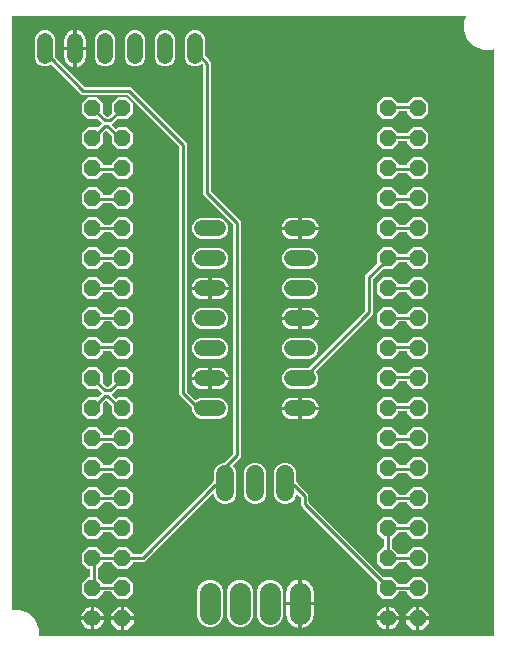
<source format=gbr>
G04 EAGLE Gerber RS-274X export*
G75*
%MOMM*%
%FSLAX34Y34*%
%LPD*%
%INTop Copper*%
%IPPOS*%
%AMOC8*
5,1,8,0,0,1.08239X$1,22.5*%
G01*
%ADD10C,1.422400*%
%ADD11P,1.539592X8X112.500000*%
%ADD12C,1.320800*%
%ADD13C,1.524000*%
%ADD14C,1.800000*%
%ADD15C,0.254000*%

G36*
X582698Y111764D02*
X582698Y111764D01*
X582717Y111762D01*
X582819Y111784D01*
X582921Y111800D01*
X582938Y111810D01*
X582958Y111814D01*
X583047Y111867D01*
X583138Y111916D01*
X583152Y111930D01*
X583169Y111940D01*
X583236Y112019D01*
X583308Y112094D01*
X583316Y112112D01*
X583329Y112127D01*
X583368Y112223D01*
X583411Y112317D01*
X583413Y112337D01*
X583421Y112355D01*
X583439Y112522D01*
X583439Y608004D01*
X583432Y608049D01*
X583434Y608095D01*
X583412Y608170D01*
X583400Y608247D01*
X583378Y608287D01*
X583365Y608332D01*
X583321Y608396D01*
X583284Y608464D01*
X583251Y608496D01*
X583225Y608534D01*
X583162Y608580D01*
X583106Y608634D01*
X583065Y608653D01*
X583028Y608680D01*
X582953Y608704D01*
X582883Y608737D01*
X582837Y608742D01*
X582794Y608756D01*
X582716Y608756D01*
X582639Y608764D01*
X582594Y608755D01*
X582548Y608754D01*
X582417Y608716D01*
X582398Y608712D01*
X582394Y608709D01*
X582387Y608707D01*
X581860Y608489D01*
X573840Y608489D01*
X566430Y611559D01*
X560759Y617230D01*
X557689Y624640D01*
X557689Y632660D01*
X559233Y636387D01*
X559243Y636431D01*
X559263Y636473D01*
X559271Y636550D01*
X559289Y636626D01*
X559285Y636672D01*
X559290Y636717D01*
X559273Y636794D01*
X559266Y636871D01*
X559247Y636913D01*
X559238Y636958D01*
X559198Y637025D01*
X559166Y637096D01*
X559135Y637130D01*
X559111Y637169D01*
X559052Y637220D01*
X559000Y637277D01*
X558959Y637299D01*
X558924Y637329D01*
X558852Y637358D01*
X558784Y637395D01*
X558739Y637404D01*
X558696Y637421D01*
X558560Y637436D01*
X558542Y637439D01*
X558537Y637438D01*
X558530Y637439D01*
X176022Y637439D01*
X176002Y637436D01*
X175983Y637438D01*
X175881Y637416D01*
X175779Y637400D01*
X175762Y637390D01*
X175742Y637386D01*
X175653Y637333D01*
X175562Y637284D01*
X175548Y637270D01*
X175531Y637260D01*
X175464Y637181D01*
X175392Y637106D01*
X175384Y637088D01*
X175371Y637073D01*
X175332Y636977D01*
X175289Y636883D01*
X175287Y636863D01*
X175279Y636845D01*
X175261Y636678D01*
X175261Y135222D01*
X175264Y135202D01*
X175262Y135183D01*
X175284Y135081D01*
X175300Y134979D01*
X175310Y134962D01*
X175314Y134942D01*
X175367Y134853D01*
X175416Y134762D01*
X175430Y134748D01*
X175440Y134731D01*
X175519Y134664D01*
X175594Y134592D01*
X175612Y134584D01*
X175627Y134571D01*
X175723Y134532D01*
X175817Y134489D01*
X175837Y134487D01*
X175855Y134479D01*
X176022Y134461D01*
X181810Y134461D01*
X189220Y131391D01*
X194891Y125720D01*
X197961Y118310D01*
X197961Y112522D01*
X197964Y112502D01*
X197962Y112483D01*
X197984Y112381D01*
X198000Y112279D01*
X198010Y112262D01*
X198014Y112242D01*
X198067Y112153D01*
X198116Y112062D01*
X198130Y112048D01*
X198140Y112031D01*
X198219Y111964D01*
X198294Y111892D01*
X198312Y111884D01*
X198327Y111871D01*
X198423Y111832D01*
X198517Y111789D01*
X198537Y111787D01*
X198555Y111779D01*
X198722Y111761D01*
X582678Y111761D01*
X582698Y111764D01*
G37*
%LPC*%
G36*
X239512Y143455D02*
X239512Y143455D01*
X234155Y148812D01*
X234155Y156388D01*
X239512Y161745D01*
X240538Y161745D01*
X240558Y161748D01*
X240577Y161746D01*
X240679Y161768D01*
X240781Y161784D01*
X240798Y161794D01*
X240818Y161798D01*
X240907Y161851D01*
X240998Y161900D01*
X241012Y161914D01*
X241029Y161924D01*
X241096Y162003D01*
X241168Y162078D01*
X241176Y162096D01*
X241189Y162111D01*
X241228Y162207D01*
X241271Y162301D01*
X241273Y162321D01*
X241281Y162339D01*
X241299Y162506D01*
X241299Y168094D01*
X241296Y168113D01*
X241298Y168133D01*
X241276Y168235D01*
X241260Y168337D01*
X241250Y168354D01*
X241246Y168374D01*
X241193Y168463D01*
X241144Y168554D01*
X241130Y168568D01*
X241120Y168585D01*
X241041Y168652D01*
X240966Y168724D01*
X240948Y168732D01*
X240933Y168745D01*
X240837Y168784D01*
X240743Y168827D01*
X240723Y168829D01*
X240705Y168837D01*
X240538Y168855D01*
X239512Y168855D01*
X234155Y174212D01*
X234155Y181788D01*
X239512Y187145D01*
X247088Y187145D01*
X252399Y181834D01*
X252473Y181781D01*
X252542Y181721D01*
X252572Y181709D01*
X252599Y181690D01*
X252686Y181663D01*
X252770Y181629D01*
X252811Y181625D01*
X252834Y181618D01*
X252866Y181619D01*
X252937Y181611D01*
X259063Y181611D01*
X259153Y181625D01*
X259244Y181633D01*
X259274Y181645D01*
X259306Y181650D01*
X259386Y181693D01*
X259470Y181729D01*
X259502Y181755D01*
X259523Y181766D01*
X259545Y181789D01*
X259601Y181834D01*
X264912Y187145D01*
X272488Y187145D01*
X277799Y181834D01*
X277873Y181781D01*
X277942Y181721D01*
X277972Y181709D01*
X277999Y181690D01*
X278086Y181663D01*
X278170Y181629D01*
X278211Y181625D01*
X278234Y181618D01*
X278266Y181619D01*
X278337Y181611D01*
X284067Y181611D01*
X284157Y181625D01*
X284248Y181633D01*
X284277Y181645D01*
X284309Y181650D01*
X284390Y181693D01*
X284474Y181729D01*
X284506Y181755D01*
X284527Y181766D01*
X284549Y181789D01*
X284605Y181834D01*
X345724Y242953D01*
X345772Y243019D01*
X345781Y243029D01*
X345784Y243034D01*
X345837Y243096D01*
X345849Y243127D01*
X345868Y243153D01*
X345895Y243240D01*
X345929Y243325D01*
X345933Y243366D01*
X345940Y243388D01*
X345939Y243420D01*
X345947Y243491D01*
X345947Y250840D01*
X347417Y254388D01*
X350132Y257103D01*
X353680Y258573D01*
X354171Y258573D01*
X354261Y258587D01*
X354352Y258595D01*
X354381Y258607D01*
X354413Y258612D01*
X354494Y258655D01*
X354578Y258691D01*
X354610Y258717D01*
X354631Y258728D01*
X354653Y258751D01*
X354709Y258796D01*
X362234Y266321D01*
X362287Y266395D01*
X362347Y266464D01*
X362359Y266495D01*
X362378Y266521D01*
X362405Y266608D01*
X362439Y266693D01*
X362443Y266734D01*
X362450Y266756D01*
X362449Y266788D01*
X362457Y266859D01*
X362457Y460089D01*
X362443Y460179D01*
X362435Y460270D01*
X362423Y460299D01*
X362418Y460331D01*
X362375Y460412D01*
X362339Y460496D01*
X362313Y460528D01*
X362302Y460549D01*
X362279Y460571D01*
X362234Y460627D01*
X337311Y485550D01*
X337311Y594963D01*
X337297Y595053D01*
X337289Y595144D01*
X337277Y595173D01*
X337272Y595205D01*
X337229Y595286D01*
X337193Y595370D01*
X337167Y595402D01*
X337156Y595423D01*
X337133Y595445D01*
X337088Y595501D01*
X336542Y596047D01*
X336526Y596059D01*
X336513Y596074D01*
X336426Y596130D01*
X336342Y596191D01*
X336323Y596197D01*
X336306Y596207D01*
X336206Y596233D01*
X336107Y596263D01*
X336087Y596263D01*
X336068Y596267D01*
X335965Y596259D01*
X335861Y596257D01*
X335843Y596250D01*
X335823Y596248D01*
X335728Y596208D01*
X335630Y596172D01*
X335615Y596160D01*
X335596Y596152D01*
X335465Y596047D01*
X335092Y595674D01*
X331918Y594359D01*
X328482Y594359D01*
X325308Y595674D01*
X322878Y598104D01*
X321563Y601278D01*
X321563Y617922D01*
X322878Y621096D01*
X325308Y623526D01*
X328482Y624841D01*
X331918Y624841D01*
X335092Y623526D01*
X337522Y621096D01*
X338837Y617922D01*
X338837Y603409D01*
X338851Y603319D01*
X338859Y603228D01*
X338871Y603199D01*
X338876Y603167D01*
X338919Y603086D01*
X338955Y603002D01*
X338981Y602970D01*
X338992Y602949D01*
X339015Y602927D01*
X339060Y602871D01*
X341759Y600172D01*
X343917Y598014D01*
X343917Y488601D01*
X343931Y488511D01*
X343939Y488420D01*
X343951Y488391D01*
X343956Y488359D01*
X343999Y488278D01*
X344035Y488194D01*
X344061Y488162D01*
X344072Y488141D01*
X344095Y488119D01*
X344114Y488095D01*
X344118Y488089D01*
X344122Y488085D01*
X344140Y488063D01*
X369063Y463140D01*
X369063Y263808D01*
X362251Y256996D01*
X362240Y256980D01*
X362224Y256968D01*
X362168Y256881D01*
X362108Y256797D01*
X362102Y256778D01*
X362091Y256761D01*
X362066Y256660D01*
X362035Y256562D01*
X362036Y256542D01*
X362031Y256522D01*
X362039Y256419D01*
X362042Y256316D01*
X362049Y256297D01*
X362050Y256277D01*
X362090Y256182D01*
X362126Y256085D01*
X362139Y256069D01*
X362146Y256051D01*
X362251Y255920D01*
X363783Y254388D01*
X365253Y250840D01*
X365253Y231760D01*
X363783Y228212D01*
X361068Y225497D01*
X357520Y224027D01*
X353680Y224027D01*
X350132Y225497D01*
X347417Y228212D01*
X345947Y231760D01*
X345947Y231997D01*
X345936Y232067D01*
X345934Y232139D01*
X345916Y232188D01*
X345908Y232239D01*
X345874Y232303D01*
X345849Y232370D01*
X345817Y232411D01*
X345792Y232457D01*
X345740Y232506D01*
X345696Y232562D01*
X345652Y232590D01*
X345614Y232626D01*
X345549Y232656D01*
X345489Y232695D01*
X345438Y232708D01*
X345391Y232730D01*
X345320Y232738D01*
X345250Y232755D01*
X345198Y232751D01*
X345147Y232757D01*
X345076Y232742D01*
X345005Y232736D01*
X344957Y232716D01*
X344906Y232705D01*
X344845Y232668D01*
X344779Y232640D01*
X344723Y232595D01*
X344695Y232578D01*
X344680Y232561D01*
X344648Y232535D01*
X287118Y175005D01*
X278606Y175005D01*
X278586Y175002D01*
X278567Y175004D01*
X278465Y174982D01*
X278363Y174966D01*
X278346Y174956D01*
X278326Y174952D01*
X278237Y174899D01*
X278146Y174850D01*
X278132Y174836D01*
X278115Y174826D01*
X278048Y174747D01*
X277976Y174672D01*
X277968Y174654D01*
X277955Y174639D01*
X277916Y174543D01*
X277873Y174449D01*
X277871Y174429D01*
X277863Y174411D01*
X277845Y174244D01*
X277845Y174212D01*
X272488Y168855D01*
X264912Y168855D01*
X259555Y174212D01*
X259555Y174244D01*
X259552Y174264D01*
X259554Y174283D01*
X259532Y174385D01*
X259516Y174487D01*
X259506Y174504D01*
X259502Y174524D01*
X259449Y174613D01*
X259400Y174704D01*
X259386Y174718D01*
X259376Y174735D01*
X259297Y174802D01*
X259222Y174874D01*
X259204Y174882D01*
X259189Y174895D01*
X259093Y174934D01*
X258999Y174977D01*
X258979Y174979D01*
X258961Y174987D01*
X258794Y175005D01*
X253206Y175005D01*
X253186Y175002D01*
X253167Y175004D01*
X253065Y174982D01*
X252963Y174966D01*
X252946Y174956D01*
X252926Y174952D01*
X252837Y174899D01*
X252746Y174850D01*
X252732Y174836D01*
X252715Y174826D01*
X252648Y174747D01*
X252576Y174672D01*
X252568Y174654D01*
X252555Y174639D01*
X252516Y174543D01*
X252473Y174449D01*
X252471Y174429D01*
X252463Y174411D01*
X252445Y174244D01*
X252445Y174212D01*
X248128Y169895D01*
X248075Y169821D01*
X248015Y169752D01*
X248003Y169722D01*
X247984Y169695D01*
X247957Y169608D01*
X247923Y169524D01*
X247919Y169483D01*
X247912Y169460D01*
X247913Y169428D01*
X247905Y169357D01*
X247905Y161243D01*
X247909Y161219D01*
X247907Y161202D01*
X247920Y161140D01*
X247927Y161062D01*
X247939Y161032D01*
X247944Y161000D01*
X247955Y160980D01*
X247959Y160962D01*
X247994Y160905D01*
X248023Y160836D01*
X248049Y160804D01*
X248060Y160783D01*
X248075Y160768D01*
X248085Y160751D01*
X248102Y160736D01*
X248128Y160705D01*
X252145Y156688D01*
X252219Y156635D01*
X252288Y156575D01*
X252318Y156563D01*
X252345Y156544D01*
X252432Y156517D01*
X252516Y156483D01*
X252557Y156479D01*
X252580Y156472D01*
X252612Y156473D01*
X252683Y156465D01*
X259317Y156465D01*
X259407Y156479D01*
X259498Y156487D01*
X259528Y156499D01*
X259560Y156504D01*
X259640Y156547D01*
X259724Y156583D01*
X259756Y156609D01*
X259777Y156620D01*
X259799Y156643D01*
X259855Y156688D01*
X264912Y161745D01*
X272488Y161745D01*
X277845Y156388D01*
X277845Y148812D01*
X272488Y143455D01*
X264912Y143455D01*
X259555Y148812D01*
X259555Y149098D01*
X259552Y149118D01*
X259554Y149137D01*
X259532Y149239D01*
X259516Y149341D01*
X259506Y149358D01*
X259502Y149378D01*
X259449Y149467D01*
X259400Y149558D01*
X259386Y149572D01*
X259376Y149589D01*
X259297Y149656D01*
X259222Y149728D01*
X259204Y149736D01*
X259189Y149749D01*
X259093Y149788D01*
X258999Y149831D01*
X258979Y149833D01*
X258961Y149841D01*
X258794Y149859D01*
X253206Y149859D01*
X253186Y149856D01*
X253167Y149858D01*
X253065Y149836D01*
X252963Y149820D01*
X252946Y149810D01*
X252926Y149806D01*
X252837Y149753D01*
X252746Y149704D01*
X252732Y149690D01*
X252715Y149680D01*
X252648Y149601D01*
X252576Y149526D01*
X252568Y149508D01*
X252555Y149493D01*
X252516Y149397D01*
X252473Y149303D01*
X252471Y149283D01*
X252463Y149265D01*
X252445Y149098D01*
X252445Y148812D01*
X247088Y143455D01*
X239512Y143455D01*
G37*
%LPD*%
%LPC*%
G36*
X334578Y296163D02*
X334578Y296163D01*
X331404Y297478D01*
X328974Y299908D01*
X327659Y303082D01*
X327659Y305149D01*
X327658Y305156D01*
X327658Y305158D01*
X327656Y305166D01*
X327645Y305239D01*
X327637Y305330D01*
X327625Y305359D01*
X327620Y305391D01*
X327577Y305472D01*
X327541Y305556D01*
X327515Y305588D01*
X327504Y305609D01*
X327481Y305631D01*
X327436Y305687D01*
X316737Y316386D01*
X316737Y526383D01*
X316723Y526473D01*
X316715Y526564D01*
X316703Y526593D01*
X316698Y526625D01*
X316655Y526706D01*
X316619Y526790D01*
X316593Y526822D01*
X316582Y526843D01*
X316559Y526865D01*
X316514Y526921D01*
X273175Y570260D01*
X273101Y570313D01*
X273032Y570373D01*
X273001Y570385D01*
X272975Y570404D01*
X272888Y570431D01*
X272803Y570465D01*
X272762Y570469D01*
X272740Y570476D01*
X272708Y570475D01*
X272637Y570483D01*
X234090Y570483D01*
X231932Y572641D01*
X209022Y595551D01*
X208929Y595618D01*
X208834Y595689D01*
X208828Y595691D01*
X208823Y595694D01*
X208712Y595728D01*
X208600Y595765D01*
X208594Y595765D01*
X208588Y595767D01*
X208471Y595764D01*
X208354Y595763D01*
X208347Y595760D01*
X208342Y595760D01*
X208324Y595754D01*
X208193Y595716D01*
X204918Y594359D01*
X201482Y594359D01*
X198308Y595674D01*
X195878Y598104D01*
X194563Y601278D01*
X194563Y617922D01*
X195878Y621096D01*
X198308Y623526D01*
X201482Y624841D01*
X204918Y624841D01*
X208092Y623526D01*
X210522Y621096D01*
X211837Y617922D01*
X211837Y602393D01*
X211851Y602303D01*
X211859Y602212D01*
X211871Y602183D01*
X211876Y602151D01*
X211919Y602070D01*
X211955Y601986D01*
X211981Y601954D01*
X211992Y601933D01*
X212015Y601911D01*
X212060Y601855D01*
X236603Y577312D01*
X236677Y577259D01*
X236746Y577199D01*
X236777Y577187D01*
X236803Y577168D01*
X236890Y577141D01*
X236975Y577107D01*
X237016Y577103D01*
X237038Y577096D01*
X237070Y577097D01*
X237141Y577089D01*
X275688Y577089D01*
X323343Y529434D01*
X323343Y319437D01*
X323357Y319347D01*
X323365Y319256D01*
X323377Y319227D01*
X323382Y319195D01*
X323425Y319114D01*
X323461Y319030D01*
X323487Y318998D01*
X323498Y318977D01*
X323521Y318955D01*
X323566Y318899D01*
X330335Y312130D01*
X330351Y312118D01*
X330364Y312103D01*
X330451Y312047D01*
X330535Y311986D01*
X330554Y311980D01*
X330571Y311970D01*
X330671Y311944D01*
X330770Y311914D01*
X330790Y311914D01*
X330809Y311910D01*
X330912Y311918D01*
X331016Y311920D01*
X331034Y311927D01*
X331054Y311929D01*
X331149Y311969D01*
X331247Y312005D01*
X331262Y312017D01*
X331281Y312025D01*
X331400Y312120D01*
X334578Y313437D01*
X351222Y313437D01*
X354396Y312122D01*
X356826Y309692D01*
X358141Y306518D01*
X358141Y303082D01*
X356826Y299908D01*
X354396Y297478D01*
X351222Y296163D01*
X334578Y296163D01*
G37*
%LPD*%
%LPC*%
G36*
X489512Y143455D02*
X489512Y143455D01*
X484155Y148812D01*
X484155Y156388D01*
X484479Y156712D01*
X484491Y156728D01*
X484506Y156740D01*
X484562Y156828D01*
X484623Y156911D01*
X484628Y156930D01*
X484639Y156947D01*
X484665Y157048D01*
X484695Y157146D01*
X484694Y157166D01*
X484699Y157186D01*
X484691Y157289D01*
X484689Y157392D01*
X484682Y157411D01*
X484680Y157431D01*
X484640Y157526D01*
X484604Y157623D01*
X484592Y157639D01*
X484584Y157657D01*
X484479Y157788D01*
X421765Y220502D01*
X419607Y222660D01*
X419607Y229203D01*
X419593Y229293D01*
X419585Y229384D01*
X419573Y229413D01*
X419568Y229445D01*
X419525Y229526D01*
X419489Y229610D01*
X419463Y229642D01*
X419452Y229663D01*
X419429Y229685D01*
X419384Y229741D01*
X417243Y231882D01*
X417206Y231909D01*
X417174Y231943D01*
X417106Y231981D01*
X417043Y232026D01*
X416999Y232040D01*
X416959Y232062D01*
X416882Y232076D01*
X416808Y232098D01*
X416762Y232097D01*
X416717Y232105D01*
X416640Y232094D01*
X416562Y232092D01*
X416519Y232076D01*
X416474Y232070D01*
X416404Y232034D01*
X416331Y232008D01*
X416295Y231979D01*
X416254Y231958D01*
X416200Y231902D01*
X416139Y231854D01*
X416114Y231815D01*
X416082Y231782D01*
X416016Y231663D01*
X416006Y231647D01*
X416005Y231642D01*
X416001Y231636D01*
X414583Y228212D01*
X411868Y225497D01*
X408320Y224027D01*
X404480Y224027D01*
X400932Y225497D01*
X398217Y228212D01*
X396747Y231760D01*
X396747Y250840D01*
X398217Y254388D01*
X400932Y257103D01*
X404480Y258573D01*
X408320Y258573D01*
X411868Y257103D01*
X414583Y254388D01*
X416053Y250840D01*
X416053Y242729D01*
X416067Y242639D01*
X416075Y242548D01*
X416087Y242519D01*
X416092Y242487D01*
X416135Y242406D01*
X416171Y242322D01*
X416197Y242290D01*
X416208Y242269D01*
X416231Y242247D01*
X416276Y242191D01*
X417292Y241175D01*
X426213Y232254D01*
X426213Y225711D01*
X426227Y225621D01*
X426235Y225530D01*
X426247Y225501D01*
X426252Y225469D01*
X426295Y225388D01*
X426331Y225304D01*
X426357Y225272D01*
X426368Y225251D01*
X426391Y225229D01*
X426436Y225173D01*
X489641Y161968D01*
X489715Y161915D01*
X489784Y161855D01*
X489815Y161843D01*
X489841Y161824D01*
X489928Y161797D01*
X490013Y161763D01*
X490054Y161759D01*
X490076Y161752D01*
X490108Y161753D01*
X490179Y161745D01*
X497088Y161745D01*
X502145Y156688D01*
X502219Y156635D01*
X502288Y156575D01*
X502318Y156563D01*
X502345Y156544D01*
X502432Y156517D01*
X502516Y156483D01*
X502557Y156479D01*
X502580Y156472D01*
X502612Y156473D01*
X502683Y156465D01*
X509317Y156465D01*
X509407Y156479D01*
X509498Y156487D01*
X509528Y156499D01*
X509560Y156504D01*
X509640Y156547D01*
X509724Y156583D01*
X509756Y156609D01*
X509777Y156620D01*
X509799Y156643D01*
X509855Y156688D01*
X514912Y161745D01*
X522488Y161745D01*
X527845Y156388D01*
X527845Y148812D01*
X522488Y143455D01*
X514912Y143455D01*
X509555Y148812D01*
X509555Y149098D01*
X509552Y149118D01*
X509554Y149137D01*
X509532Y149239D01*
X509516Y149341D01*
X509506Y149358D01*
X509502Y149378D01*
X509449Y149467D01*
X509400Y149558D01*
X509386Y149572D01*
X509376Y149589D01*
X509297Y149656D01*
X509222Y149728D01*
X509204Y149736D01*
X509189Y149749D01*
X509093Y149788D01*
X508999Y149831D01*
X508979Y149833D01*
X508961Y149841D01*
X508794Y149859D01*
X503206Y149859D01*
X503186Y149856D01*
X503167Y149858D01*
X503065Y149836D01*
X502963Y149820D01*
X502946Y149810D01*
X502926Y149806D01*
X502837Y149753D01*
X502746Y149704D01*
X502732Y149690D01*
X502715Y149680D01*
X502648Y149601D01*
X502576Y149526D01*
X502568Y149508D01*
X502555Y149493D01*
X502516Y149397D01*
X502473Y149303D01*
X502471Y149283D01*
X502463Y149265D01*
X502445Y149098D01*
X502445Y148812D01*
X497088Y143455D01*
X489512Y143455D01*
G37*
%LPD*%
%LPC*%
G36*
X410778Y321563D02*
X410778Y321563D01*
X407604Y322878D01*
X405174Y325308D01*
X403859Y328482D01*
X403859Y331918D01*
X405174Y335092D01*
X407604Y337522D01*
X410778Y338837D01*
X425291Y338837D01*
X425381Y338851D01*
X425472Y338859D01*
X425501Y338871D01*
X425533Y338876D01*
X425614Y338919D01*
X425698Y338955D01*
X425730Y338981D01*
X425751Y338992D01*
X425773Y339015D01*
X425829Y339060D01*
X474248Y387479D01*
X474301Y387553D01*
X474361Y387622D01*
X474373Y387653D01*
X474392Y387679D01*
X474419Y387766D01*
X474453Y387851D01*
X474457Y387892D01*
X474464Y387914D01*
X474463Y387946D01*
X474471Y388017D01*
X474471Y417420D01*
X484171Y427120D01*
X484183Y427136D01*
X484198Y427148D01*
X484254Y427236D01*
X484315Y427320D01*
X484320Y427339D01*
X484331Y427355D01*
X484357Y427456D01*
X484387Y427555D01*
X484386Y427575D01*
X484391Y427594D01*
X484383Y427697D01*
X484381Y427800D01*
X484374Y427819D01*
X484372Y427839D01*
X484332Y427934D01*
X484296Y428032D01*
X484284Y428047D01*
X484276Y428065D01*
X484197Y428164D01*
X484193Y428170D01*
X484189Y428174D01*
X484171Y428196D01*
X484155Y428212D01*
X484155Y435788D01*
X489512Y441145D01*
X497088Y441145D01*
X502653Y435580D01*
X502727Y435527D01*
X502796Y435467D01*
X502826Y435455D01*
X502853Y435436D01*
X502940Y435409D01*
X503024Y435375D01*
X503065Y435371D01*
X503088Y435364D01*
X503120Y435365D01*
X503191Y435357D01*
X508809Y435357D01*
X508899Y435371D01*
X508990Y435379D01*
X509020Y435391D01*
X509052Y435396D01*
X509132Y435439D01*
X509216Y435475D01*
X509248Y435501D01*
X509269Y435512D01*
X509291Y435535D01*
X509347Y435580D01*
X514912Y441145D01*
X522488Y441145D01*
X527845Y435788D01*
X527845Y428212D01*
X522488Y422855D01*
X514912Y422855D01*
X509503Y428264D01*
X509502Y428270D01*
X509449Y428359D01*
X509400Y428450D01*
X509386Y428464D01*
X509376Y428481D01*
X509297Y428548D01*
X509222Y428620D01*
X509204Y428628D01*
X509189Y428641D01*
X509093Y428680D01*
X508999Y428723D01*
X508979Y428725D01*
X508961Y428733D01*
X508794Y428751D01*
X503206Y428751D01*
X503186Y428748D01*
X503167Y428750D01*
X503065Y428728D01*
X502963Y428712D01*
X502946Y428702D01*
X502926Y428698D01*
X502837Y428645D01*
X502746Y428596D01*
X502732Y428582D01*
X502715Y428572D01*
X502648Y428493D01*
X502576Y428418D01*
X502568Y428400D01*
X502555Y428385D01*
X502516Y428289D01*
X502512Y428280D01*
X497088Y422855D01*
X489563Y422855D01*
X489473Y422841D01*
X489382Y422833D01*
X489353Y422821D01*
X489321Y422816D01*
X489240Y422773D01*
X489156Y422737D01*
X489124Y422711D01*
X489103Y422700D01*
X489081Y422677D01*
X489025Y422632D01*
X481300Y414907D01*
X481247Y414833D01*
X481187Y414764D01*
X481175Y414733D01*
X481156Y414707D01*
X481129Y414620D01*
X481095Y414535D01*
X481091Y414494D01*
X481084Y414472D01*
X481085Y414440D01*
X481077Y414369D01*
X481077Y384966D01*
X432653Y336542D01*
X432641Y336526D01*
X432626Y336513D01*
X432570Y336426D01*
X432509Y336342D01*
X432503Y336323D01*
X432493Y336306D01*
X432467Y336206D01*
X432437Y336107D01*
X432437Y336087D01*
X432433Y336068D01*
X432441Y335965D01*
X432443Y335861D01*
X432450Y335842D01*
X432452Y335823D01*
X432492Y335728D01*
X432528Y335630D01*
X432540Y335615D01*
X432548Y335596D01*
X432653Y335465D01*
X433026Y335092D01*
X434341Y331918D01*
X434341Y328482D01*
X433026Y325308D01*
X430596Y322878D01*
X427422Y321563D01*
X410778Y321563D01*
G37*
%LPD*%
%LPC*%
G36*
X239512Y524455D02*
X239512Y524455D01*
X234155Y529812D01*
X234155Y537388D01*
X239512Y542745D01*
X247285Y542745D01*
X247316Y542735D01*
X247336Y542736D01*
X247356Y542731D01*
X247459Y542739D01*
X247562Y542741D01*
X247581Y542748D01*
X247601Y542750D01*
X247696Y542790D01*
X247793Y542826D01*
X247809Y542838D01*
X247827Y542846D01*
X247958Y542951D01*
X250220Y545213D01*
X250823Y545816D01*
X250835Y545832D01*
X250850Y545844D01*
X250906Y545931D01*
X250966Y546015D01*
X250972Y546034D01*
X250983Y546051D01*
X251008Y546152D01*
X251039Y546251D01*
X251038Y546270D01*
X251043Y546290D01*
X251035Y546393D01*
X251032Y546496D01*
X251026Y546515D01*
X251024Y546535D01*
X250984Y546630D01*
X250948Y546727D01*
X250936Y546743D01*
X250928Y546761D01*
X250823Y546892D01*
X248012Y549703D01*
X247996Y549715D01*
X247983Y549730D01*
X247896Y549786D01*
X247812Y549847D01*
X247793Y549852D01*
X247776Y549863D01*
X247676Y549889D01*
X247577Y549919D01*
X247557Y549918D01*
X247538Y549923D01*
X247435Y549915D01*
X247331Y549913D01*
X247313Y549906D01*
X247293Y549904D01*
X247198Y549864D01*
X247175Y549855D01*
X239512Y549855D01*
X234155Y555212D01*
X234155Y562788D01*
X239512Y568145D01*
X247088Y568145D01*
X252445Y562788D01*
X252445Y554927D01*
X252459Y554837D01*
X252467Y554746D01*
X252479Y554717D01*
X252484Y554685D01*
X252527Y554604D01*
X252563Y554520D01*
X252589Y554488D01*
X252600Y554467D01*
X252623Y554445D01*
X252668Y554389D01*
X254891Y552166D01*
X254965Y552113D01*
X255034Y552053D01*
X255065Y552041D01*
X255091Y552022D01*
X255178Y551995D01*
X255263Y551961D01*
X255304Y551957D01*
X255326Y551950D01*
X255358Y551951D01*
X255429Y551943D01*
X256635Y551943D01*
X256725Y551957D01*
X256816Y551965D01*
X256845Y551977D01*
X256877Y551982D01*
X256958Y552025D01*
X257042Y552061D01*
X257074Y552087D01*
X257095Y552098D01*
X257117Y552121D01*
X257173Y552166D01*
X259349Y554342D01*
X259361Y554358D01*
X259377Y554371D01*
X259433Y554458D01*
X259493Y554542D01*
X259499Y554561D01*
X259510Y554578D01*
X259535Y554678D01*
X259565Y554777D01*
X259564Y554797D01*
X259569Y554817D01*
X259561Y554919D01*
X259559Y555023D01*
X259555Y555032D01*
X259555Y562788D01*
X264912Y568145D01*
X272488Y568145D01*
X277845Y562788D01*
X277845Y555212D01*
X272488Y549855D01*
X264765Y549855D01*
X264761Y549856D01*
X264662Y549887D01*
X264642Y549886D01*
X264622Y549891D01*
X264520Y549883D01*
X264416Y549881D01*
X264397Y549874D01*
X264377Y549872D01*
X264282Y549832D01*
X264185Y549796D01*
X264169Y549784D01*
X264151Y549776D01*
X264020Y549671D01*
X260098Y545749D01*
X260086Y545733D01*
X260071Y545721D01*
X260015Y545633D01*
X259955Y545550D01*
X259949Y545531D01*
X259938Y545514D01*
X259913Y545413D01*
X259882Y545314D01*
X259883Y545295D01*
X259878Y545275D01*
X259886Y545172D01*
X259889Y545069D01*
X259895Y545050D01*
X259897Y545030D01*
X259937Y544935D01*
X259973Y544838D01*
X259985Y544822D01*
X259993Y544804D01*
X260098Y544673D01*
X262931Y541840D01*
X262947Y541828D01*
X262959Y541813D01*
X263047Y541757D01*
X263131Y541696D01*
X263149Y541691D01*
X263166Y541680D01*
X263267Y541654D01*
X263366Y541624D01*
X263386Y541625D01*
X263405Y541620D01*
X263508Y541628D01*
X263612Y541630D01*
X263630Y541637D01*
X263650Y541639D01*
X263745Y541679D01*
X263843Y541715D01*
X263858Y541727D01*
X263876Y541735D01*
X264007Y541840D01*
X264912Y542745D01*
X272488Y542745D01*
X277845Y537388D01*
X277845Y529812D01*
X272488Y524455D01*
X264912Y524455D01*
X259555Y529812D01*
X259555Y535559D01*
X259541Y535649D01*
X259533Y535740D01*
X259521Y535769D01*
X259516Y535801D01*
X259473Y535882D01*
X259437Y535966D01*
X259411Y535998D01*
X259400Y536019D01*
X259377Y536041D01*
X259332Y536097D01*
X255427Y540002D01*
X255411Y540014D01*
X255399Y540029D01*
X255312Y540085D01*
X255228Y540146D01*
X255208Y540151D01*
X255192Y540162D01*
X255091Y540187D01*
X254992Y540218D01*
X254973Y540217D01*
X254953Y540222D01*
X254850Y540214D01*
X254747Y540211D01*
X254728Y540205D01*
X254708Y540203D01*
X254613Y540163D01*
X254516Y540127D01*
X254500Y540115D01*
X254482Y540107D01*
X254351Y540002D01*
X252629Y538280D01*
X252617Y538264D01*
X252602Y538252D01*
X252546Y538164D01*
X252485Y538080D01*
X252480Y538062D01*
X252469Y538045D01*
X252443Y537944D01*
X252413Y537845D01*
X252414Y537825D01*
X252409Y537806D01*
X252417Y537703D01*
X252419Y537599D01*
X252426Y537581D01*
X252428Y537561D01*
X252445Y537521D01*
X252445Y529812D01*
X247088Y524455D01*
X239512Y524455D01*
G37*
%LPD*%
%LPC*%
G36*
X239512Y295855D02*
X239512Y295855D01*
X234155Y301212D01*
X234155Y308788D01*
X239512Y314145D01*
X247285Y314145D01*
X247316Y314135D01*
X247336Y314136D01*
X247356Y314131D01*
X247459Y314139D01*
X247562Y314141D01*
X247581Y314148D01*
X247601Y314150D01*
X247696Y314190D01*
X247793Y314226D01*
X247809Y314238D01*
X247827Y314246D01*
X247958Y314351D01*
X250220Y316613D01*
X250823Y317216D01*
X250835Y317232D01*
X250850Y317244D01*
X250906Y317332D01*
X250966Y317415D01*
X250972Y317434D01*
X250983Y317451D01*
X251008Y317552D01*
X251039Y317651D01*
X251038Y317670D01*
X251043Y317690D01*
X251035Y317793D01*
X251032Y317896D01*
X251026Y317915D01*
X251024Y317935D01*
X250984Y318030D01*
X250948Y318127D01*
X250936Y318143D01*
X250928Y318161D01*
X250823Y318292D01*
X250220Y318895D01*
X248012Y321103D01*
X247996Y321115D01*
X247984Y321130D01*
X247896Y321186D01*
X247812Y321247D01*
X247793Y321252D01*
X247777Y321263D01*
X247676Y321289D01*
X247577Y321319D01*
X247557Y321318D01*
X247538Y321323D01*
X247435Y321315D01*
X247332Y321313D01*
X247313Y321306D01*
X247293Y321304D01*
X247198Y321264D01*
X247175Y321255D01*
X239512Y321255D01*
X234155Y326612D01*
X234155Y334188D01*
X239512Y339545D01*
X247088Y339545D01*
X252445Y334188D01*
X252445Y326327D01*
X252459Y326237D01*
X252467Y326146D01*
X252479Y326117D01*
X252484Y326085D01*
X252527Y326004D01*
X252563Y325920D01*
X252589Y325888D01*
X252600Y325867D01*
X252623Y325845D01*
X252668Y325789D01*
X254891Y323566D01*
X254965Y323513D01*
X255034Y323453D01*
X255065Y323441D01*
X255091Y323422D01*
X255178Y323395D01*
X255263Y323361D01*
X255304Y323357D01*
X255326Y323350D01*
X255358Y323351D01*
X255429Y323343D01*
X256635Y323343D01*
X256725Y323357D01*
X256816Y323365D01*
X256845Y323377D01*
X256877Y323382D01*
X256958Y323425D01*
X257042Y323461D01*
X257074Y323487D01*
X257095Y323498D01*
X257117Y323521D01*
X257173Y323566D01*
X259349Y325742D01*
X259361Y325758D01*
X259376Y325770D01*
X259432Y325858D01*
X259493Y325942D01*
X259498Y325961D01*
X259509Y325977D01*
X259535Y326078D01*
X259565Y326177D01*
X259564Y326197D01*
X259569Y326216D01*
X259561Y326319D01*
X259559Y326422D01*
X259555Y326432D01*
X259555Y334188D01*
X264912Y339545D01*
X272488Y339545D01*
X277845Y334188D01*
X277845Y326612D01*
X272488Y321255D01*
X264765Y321255D01*
X264760Y321257D01*
X264662Y321287D01*
X264642Y321286D01*
X264622Y321291D01*
X264519Y321283D01*
X264416Y321281D01*
X264397Y321274D01*
X264377Y321272D01*
X264282Y321232D01*
X264185Y321196D01*
X264169Y321184D01*
X264151Y321176D01*
X264020Y321071D01*
X260098Y317149D01*
X260086Y317133D01*
X260071Y317121D01*
X260015Y317033D01*
X259955Y316950D01*
X259949Y316931D01*
X259938Y316914D01*
X259913Y316813D01*
X259882Y316714D01*
X259883Y316695D01*
X259878Y316675D01*
X259886Y316572D01*
X259889Y316469D01*
X259895Y316450D01*
X259897Y316430D01*
X259937Y316335D01*
X259973Y316238D01*
X259985Y316222D01*
X259993Y316204D01*
X260098Y316073D01*
X262931Y313240D01*
X262947Y313228D01*
X262959Y313213D01*
X263047Y313157D01*
X263131Y313096D01*
X263150Y313091D01*
X263166Y313080D01*
X263267Y313054D01*
X263366Y313024D01*
X263386Y313025D01*
X263405Y313020D01*
X263508Y313028D01*
X263611Y313030D01*
X263630Y313037D01*
X263650Y313039D01*
X263745Y313079D01*
X263843Y313115D01*
X263858Y313127D01*
X263876Y313135D01*
X264007Y313240D01*
X264912Y314145D01*
X272488Y314145D01*
X277845Y308788D01*
X277845Y301212D01*
X272488Y295855D01*
X264912Y295855D01*
X259555Y301212D01*
X259555Y306959D01*
X259541Y307049D01*
X259533Y307140D01*
X259521Y307169D01*
X259516Y307201D01*
X259473Y307282D01*
X259437Y307366D01*
X259411Y307398D01*
X259400Y307419D01*
X259377Y307441D01*
X259332Y307497D01*
X255427Y311402D01*
X255411Y311414D01*
X255399Y311429D01*
X255311Y311485D01*
X255228Y311545D01*
X255209Y311551D01*
X255192Y311562D01*
X255091Y311587D01*
X254992Y311618D01*
X254973Y311617D01*
X254953Y311622D01*
X254850Y311614D01*
X254747Y311611D01*
X254728Y311605D01*
X254708Y311603D01*
X254613Y311563D01*
X254516Y311527D01*
X254500Y311515D01*
X254482Y311507D01*
X254351Y311402D01*
X252629Y309680D01*
X252617Y309664D01*
X252602Y309652D01*
X252546Y309564D01*
X252485Y309480D01*
X252480Y309462D01*
X252469Y309445D01*
X252443Y309344D01*
X252413Y309245D01*
X252414Y309225D01*
X252409Y309206D01*
X252417Y309103D01*
X252419Y308999D01*
X252426Y308981D01*
X252428Y308961D01*
X252445Y308921D01*
X252445Y301212D01*
X247088Y295855D01*
X239512Y295855D01*
G37*
%LPD*%
%LPC*%
G36*
X489512Y168855D02*
X489512Y168855D01*
X484155Y174212D01*
X484155Y181788D01*
X489512Y187145D01*
X489712Y187145D01*
X489732Y187148D01*
X489751Y187146D01*
X489853Y187168D01*
X489955Y187184D01*
X489972Y187194D01*
X489992Y187198D01*
X490081Y187251D01*
X490172Y187300D01*
X490186Y187314D01*
X490203Y187324D01*
X490270Y187403D01*
X490342Y187478D01*
X490350Y187496D01*
X490363Y187511D01*
X490402Y187607D01*
X490445Y187701D01*
X490447Y187721D01*
X490455Y187739D01*
X490473Y187906D01*
X490473Y193494D01*
X490470Y193514D01*
X490472Y193533D01*
X490450Y193635D01*
X490434Y193737D01*
X490424Y193754D01*
X490420Y193774D01*
X490367Y193863D01*
X490318Y193954D01*
X490304Y193968D01*
X490294Y193985D01*
X490215Y194052D01*
X490140Y194124D01*
X490122Y194132D01*
X490107Y194145D01*
X490011Y194184D01*
X489917Y194227D01*
X489897Y194229D01*
X489879Y194237D01*
X489712Y194255D01*
X489512Y194255D01*
X484155Y199612D01*
X484155Y207188D01*
X489512Y212545D01*
X497088Y212545D01*
X502653Y206980D01*
X502727Y206927D01*
X502796Y206867D01*
X502826Y206855D01*
X502853Y206836D01*
X502940Y206809D01*
X503024Y206775D01*
X503065Y206771D01*
X503088Y206764D01*
X503120Y206765D01*
X503191Y206757D01*
X508809Y206757D01*
X508899Y206771D01*
X508990Y206779D01*
X509020Y206791D01*
X509052Y206796D01*
X509132Y206839D01*
X509216Y206875D01*
X509248Y206901D01*
X509269Y206912D01*
X509291Y206935D01*
X509347Y206980D01*
X514912Y212545D01*
X522488Y212545D01*
X527845Y207188D01*
X527845Y199612D01*
X522488Y194255D01*
X514912Y194255D01*
X509503Y199664D01*
X509502Y199670D01*
X509449Y199759D01*
X509400Y199850D01*
X509386Y199864D01*
X509376Y199881D01*
X509297Y199948D01*
X509222Y200020D01*
X509204Y200028D01*
X509189Y200041D01*
X509093Y200080D01*
X508999Y200123D01*
X508979Y200125D01*
X508961Y200133D01*
X508794Y200151D01*
X503206Y200151D01*
X503186Y200148D01*
X503167Y200150D01*
X503065Y200128D01*
X502963Y200112D01*
X502946Y200102D01*
X502926Y200098D01*
X502837Y200045D01*
X502746Y199996D01*
X502732Y199982D01*
X502715Y199972D01*
X502648Y199893D01*
X502576Y199818D01*
X502568Y199800D01*
X502555Y199785D01*
X502516Y199689D01*
X502512Y199680D01*
X497302Y194469D01*
X497249Y194395D01*
X497189Y194326D01*
X497177Y194296D01*
X497158Y194269D01*
X497131Y194182D01*
X497097Y194098D01*
X497093Y194057D01*
X497086Y194034D01*
X497087Y194002D01*
X497079Y193931D01*
X497079Y187469D01*
X497093Y187379D01*
X497101Y187288D01*
X497113Y187258D01*
X497118Y187226D01*
X497161Y187146D01*
X497197Y187062D01*
X497223Y187030D01*
X497234Y187009D01*
X497257Y186987D01*
X497302Y186931D01*
X502399Y181834D01*
X502473Y181781D01*
X502542Y181721D01*
X502572Y181709D01*
X502599Y181690D01*
X502686Y181663D01*
X502770Y181629D01*
X502811Y181625D01*
X502834Y181618D01*
X502866Y181619D01*
X502937Y181611D01*
X509063Y181611D01*
X509153Y181625D01*
X509244Y181633D01*
X509274Y181645D01*
X509306Y181650D01*
X509386Y181693D01*
X509470Y181729D01*
X509502Y181755D01*
X509523Y181766D01*
X509545Y181789D01*
X509601Y181834D01*
X514912Y187145D01*
X522488Y187145D01*
X527845Y181788D01*
X527845Y174212D01*
X522488Y168855D01*
X514912Y168855D01*
X509555Y174212D01*
X509555Y174244D01*
X509552Y174264D01*
X509554Y174283D01*
X509532Y174385D01*
X509516Y174487D01*
X509506Y174504D01*
X509502Y174524D01*
X509449Y174613D01*
X509400Y174704D01*
X509386Y174718D01*
X509376Y174735D01*
X509297Y174802D01*
X509222Y174874D01*
X509204Y174882D01*
X509189Y174895D01*
X509093Y174934D01*
X508999Y174977D01*
X508979Y174979D01*
X508961Y174987D01*
X508794Y175005D01*
X503206Y175005D01*
X503186Y175002D01*
X503167Y175004D01*
X503065Y174982D01*
X502963Y174966D01*
X502946Y174956D01*
X502926Y174952D01*
X502837Y174899D01*
X502746Y174850D01*
X502732Y174836D01*
X502715Y174826D01*
X502648Y174747D01*
X502576Y174672D01*
X502568Y174654D01*
X502555Y174639D01*
X502516Y174543D01*
X502473Y174449D01*
X502471Y174429D01*
X502463Y174411D01*
X502445Y174244D01*
X502445Y174212D01*
X497088Y168855D01*
X489512Y168855D01*
G37*
%LPD*%
%LPC*%
G36*
X366105Y119667D02*
X366105Y119667D01*
X362050Y121347D01*
X358947Y124450D01*
X357267Y128505D01*
X357267Y150895D01*
X358947Y154950D01*
X362050Y158053D01*
X366105Y159733D01*
X370495Y159733D01*
X374550Y158053D01*
X377653Y154950D01*
X379333Y150895D01*
X379333Y128505D01*
X377653Y124450D01*
X374550Y121347D01*
X370495Y119667D01*
X366105Y119667D01*
G37*
%LPD*%
%LPC*%
G36*
X391505Y119667D02*
X391505Y119667D01*
X387450Y121347D01*
X384347Y124450D01*
X382667Y128505D01*
X382667Y150895D01*
X384347Y154950D01*
X387450Y158053D01*
X391505Y159733D01*
X395895Y159733D01*
X399950Y158053D01*
X403053Y154950D01*
X404733Y150895D01*
X404733Y128505D01*
X403053Y124450D01*
X399950Y121347D01*
X395895Y119667D01*
X391505Y119667D01*
G37*
%LPD*%
%LPC*%
G36*
X340705Y119667D02*
X340705Y119667D01*
X336650Y121347D01*
X333547Y124450D01*
X331867Y128505D01*
X331867Y150895D01*
X333547Y154950D01*
X336650Y158053D01*
X340705Y159733D01*
X345095Y159733D01*
X349150Y158053D01*
X352253Y154950D01*
X353933Y150895D01*
X353933Y128505D01*
X352253Y124450D01*
X349150Y121347D01*
X345095Y119667D01*
X340705Y119667D01*
G37*
%LPD*%
%LPC*%
G36*
X489512Y295855D02*
X489512Y295855D01*
X484155Y301212D01*
X484155Y308788D01*
X489512Y314145D01*
X497088Y314145D01*
X501383Y309850D01*
X501457Y309797D01*
X501526Y309737D01*
X501556Y309725D01*
X501583Y309706D01*
X501670Y309679D01*
X501754Y309645D01*
X501795Y309641D01*
X501818Y309634D01*
X501850Y309635D01*
X501921Y309627D01*
X510079Y309627D01*
X510169Y309641D01*
X510260Y309649D01*
X510290Y309661D01*
X510322Y309666D01*
X510402Y309709D01*
X510486Y309745D01*
X510518Y309771D01*
X510539Y309782D01*
X510561Y309805D01*
X510617Y309850D01*
X514912Y314145D01*
X522488Y314145D01*
X527845Y308788D01*
X527845Y301212D01*
X522488Y295855D01*
X514912Y295855D01*
X509555Y301212D01*
X509555Y302260D01*
X509552Y302280D01*
X509554Y302299D01*
X509532Y302401D01*
X509516Y302503D01*
X509506Y302520D01*
X509502Y302540D01*
X509449Y302629D01*
X509400Y302720D01*
X509386Y302734D01*
X509376Y302751D01*
X509297Y302818D01*
X509222Y302890D01*
X509204Y302898D01*
X509189Y302911D01*
X509093Y302950D01*
X508999Y302993D01*
X508979Y302995D01*
X508961Y303003D01*
X508794Y303021D01*
X503206Y303021D01*
X503186Y303018D01*
X503167Y303020D01*
X503065Y302998D01*
X502963Y302982D01*
X502946Y302972D01*
X502926Y302968D01*
X502837Y302915D01*
X502746Y302866D01*
X502732Y302852D01*
X502715Y302842D01*
X502648Y302763D01*
X502576Y302688D01*
X502568Y302670D01*
X502555Y302655D01*
X502516Y302559D01*
X502473Y302465D01*
X502471Y302445D01*
X502463Y302427D01*
X502445Y302260D01*
X502445Y301212D01*
X497088Y295855D01*
X489512Y295855D01*
G37*
%LPD*%
%LPC*%
G36*
X489512Y524455D02*
X489512Y524455D01*
X484155Y529812D01*
X484155Y537388D01*
X489512Y542745D01*
X497088Y542745D01*
X501383Y538450D01*
X501457Y538397D01*
X501526Y538337D01*
X501556Y538325D01*
X501583Y538306D01*
X501670Y538279D01*
X501754Y538245D01*
X501795Y538241D01*
X501818Y538234D01*
X501850Y538235D01*
X501921Y538227D01*
X510079Y538227D01*
X510169Y538241D01*
X510260Y538249D01*
X510290Y538261D01*
X510322Y538266D01*
X510402Y538309D01*
X510486Y538345D01*
X510518Y538371D01*
X510539Y538382D01*
X510561Y538405D01*
X510617Y538450D01*
X514912Y542745D01*
X522488Y542745D01*
X527845Y537388D01*
X527845Y529812D01*
X522488Y524455D01*
X514912Y524455D01*
X509555Y529812D01*
X509555Y530860D01*
X509552Y530880D01*
X509554Y530899D01*
X509532Y531001D01*
X509516Y531103D01*
X509506Y531120D01*
X509502Y531140D01*
X509449Y531229D01*
X509400Y531320D01*
X509386Y531334D01*
X509376Y531351D01*
X509297Y531418D01*
X509222Y531490D01*
X509204Y531498D01*
X509189Y531511D01*
X509093Y531550D01*
X508999Y531593D01*
X508979Y531595D01*
X508961Y531603D01*
X508794Y531621D01*
X503206Y531621D01*
X503186Y531618D01*
X503167Y531620D01*
X503065Y531598D01*
X502963Y531582D01*
X502946Y531572D01*
X502926Y531568D01*
X502837Y531515D01*
X502746Y531466D01*
X502732Y531452D01*
X502715Y531442D01*
X502648Y531363D01*
X502576Y531288D01*
X502568Y531270D01*
X502555Y531255D01*
X502516Y531159D01*
X502473Y531065D01*
X502471Y531045D01*
X502463Y531027D01*
X502445Y530860D01*
X502445Y529812D01*
X497088Y524455D01*
X489512Y524455D01*
G37*
%LPD*%
%LPC*%
G36*
X489512Y321255D02*
X489512Y321255D01*
X484155Y326612D01*
X484155Y334188D01*
X489512Y339545D01*
X497088Y339545D01*
X501637Y334996D01*
X501711Y334943D01*
X501780Y334883D01*
X501810Y334871D01*
X501837Y334852D01*
X501924Y334825D01*
X502008Y334791D01*
X502049Y334787D01*
X502072Y334780D01*
X502104Y334781D01*
X502175Y334773D01*
X509825Y334773D01*
X509915Y334787D01*
X510006Y334795D01*
X510036Y334807D01*
X510068Y334812D01*
X510148Y334855D01*
X510232Y334891D01*
X510264Y334917D01*
X510285Y334928D01*
X510307Y334951D01*
X510363Y334996D01*
X514912Y339545D01*
X522488Y339545D01*
X527845Y334188D01*
X527845Y326612D01*
X522488Y321255D01*
X514912Y321255D01*
X509555Y326612D01*
X509555Y327406D01*
X509552Y327426D01*
X509554Y327445D01*
X509532Y327547D01*
X509516Y327649D01*
X509506Y327666D01*
X509502Y327686D01*
X509449Y327775D01*
X509400Y327866D01*
X509386Y327880D01*
X509376Y327897D01*
X509297Y327964D01*
X509222Y328036D01*
X509204Y328044D01*
X509189Y328057D01*
X509093Y328096D01*
X508999Y328139D01*
X508979Y328141D01*
X508961Y328149D01*
X508794Y328167D01*
X503206Y328167D01*
X503186Y328164D01*
X503167Y328166D01*
X503065Y328144D01*
X502963Y328128D01*
X502946Y328118D01*
X502926Y328114D01*
X502837Y328061D01*
X502746Y328012D01*
X502732Y327998D01*
X502715Y327988D01*
X502648Y327909D01*
X502576Y327834D01*
X502568Y327816D01*
X502555Y327801D01*
X502516Y327705D01*
X502473Y327611D01*
X502471Y327591D01*
X502463Y327573D01*
X502445Y327406D01*
X502445Y326612D01*
X497088Y321255D01*
X489512Y321255D01*
G37*
%LPD*%
%LPC*%
G36*
X489512Y549855D02*
X489512Y549855D01*
X484155Y555212D01*
X484155Y562788D01*
X489512Y568145D01*
X497088Y568145D01*
X501637Y563596D01*
X501711Y563543D01*
X501780Y563483D01*
X501810Y563471D01*
X501837Y563452D01*
X501924Y563425D01*
X502008Y563391D01*
X502049Y563387D01*
X502072Y563380D01*
X502104Y563381D01*
X502175Y563373D01*
X509825Y563373D01*
X509915Y563387D01*
X510006Y563395D01*
X510036Y563407D01*
X510068Y563412D01*
X510148Y563455D01*
X510232Y563491D01*
X510264Y563517D01*
X510285Y563528D01*
X510307Y563551D01*
X510363Y563596D01*
X514912Y568145D01*
X522488Y568145D01*
X527845Y562788D01*
X527845Y555212D01*
X522488Y549855D01*
X514912Y549855D01*
X509555Y555212D01*
X509555Y556006D01*
X509552Y556026D01*
X509554Y556045D01*
X509532Y556147D01*
X509516Y556249D01*
X509506Y556266D01*
X509502Y556286D01*
X509449Y556375D01*
X509400Y556466D01*
X509386Y556480D01*
X509376Y556497D01*
X509297Y556564D01*
X509222Y556636D01*
X509204Y556644D01*
X509189Y556657D01*
X509093Y556696D01*
X508999Y556739D01*
X508979Y556741D01*
X508961Y556749D01*
X508794Y556767D01*
X503206Y556767D01*
X503186Y556764D01*
X503167Y556766D01*
X503065Y556744D01*
X502963Y556728D01*
X502946Y556718D01*
X502926Y556714D01*
X502837Y556661D01*
X502746Y556612D01*
X502732Y556598D01*
X502715Y556588D01*
X502648Y556509D01*
X502576Y556434D01*
X502568Y556416D01*
X502555Y556401D01*
X502516Y556305D01*
X502473Y556211D01*
X502471Y556191D01*
X502463Y556173D01*
X502445Y556006D01*
X502445Y555212D01*
X497088Y549855D01*
X489512Y549855D01*
G37*
%LPD*%
%LPC*%
G36*
X239512Y422855D02*
X239512Y422855D01*
X234155Y428212D01*
X234155Y435788D01*
X239512Y441145D01*
X247088Y441145D01*
X252653Y435580D01*
X252727Y435527D01*
X252796Y435467D01*
X252826Y435455D01*
X252853Y435436D01*
X252940Y435409D01*
X253024Y435375D01*
X253065Y435371D01*
X253088Y435364D01*
X253120Y435365D01*
X253191Y435357D01*
X258809Y435357D01*
X258899Y435371D01*
X258990Y435379D01*
X259020Y435391D01*
X259052Y435396D01*
X259132Y435439D01*
X259216Y435475D01*
X259248Y435501D01*
X259269Y435512D01*
X259291Y435535D01*
X259347Y435580D01*
X264912Y441145D01*
X272488Y441145D01*
X277845Y435788D01*
X277845Y428212D01*
X272488Y422855D01*
X264912Y422855D01*
X259503Y428264D01*
X259502Y428270D01*
X259449Y428359D01*
X259400Y428450D01*
X259386Y428464D01*
X259376Y428481D01*
X259297Y428548D01*
X259222Y428620D01*
X259204Y428628D01*
X259189Y428641D01*
X259093Y428680D01*
X258999Y428723D01*
X258979Y428725D01*
X258961Y428733D01*
X258794Y428751D01*
X253206Y428751D01*
X253186Y428748D01*
X253167Y428750D01*
X253065Y428728D01*
X252963Y428712D01*
X252946Y428702D01*
X252926Y428698D01*
X252837Y428645D01*
X252746Y428596D01*
X252732Y428582D01*
X252715Y428572D01*
X252648Y428493D01*
X252576Y428418D01*
X252568Y428400D01*
X252555Y428385D01*
X252516Y428289D01*
X252512Y428280D01*
X247088Y422855D01*
X239512Y422855D01*
G37*
%LPD*%
%LPC*%
G36*
X239512Y194255D02*
X239512Y194255D01*
X234155Y199612D01*
X234155Y207188D01*
X239512Y212545D01*
X247088Y212545D01*
X252653Y206980D01*
X252727Y206927D01*
X252796Y206867D01*
X252826Y206855D01*
X252853Y206836D01*
X252940Y206809D01*
X253024Y206775D01*
X253065Y206771D01*
X253088Y206764D01*
X253120Y206765D01*
X253191Y206757D01*
X258809Y206757D01*
X258899Y206771D01*
X258990Y206779D01*
X259020Y206791D01*
X259052Y206796D01*
X259132Y206839D01*
X259216Y206875D01*
X259248Y206901D01*
X259269Y206912D01*
X259291Y206935D01*
X259347Y206980D01*
X264912Y212545D01*
X272488Y212545D01*
X277845Y207188D01*
X277845Y199612D01*
X272488Y194255D01*
X264912Y194255D01*
X259503Y199664D01*
X259502Y199670D01*
X259449Y199759D01*
X259400Y199850D01*
X259386Y199864D01*
X259376Y199881D01*
X259297Y199948D01*
X259222Y200020D01*
X259204Y200028D01*
X259189Y200041D01*
X259093Y200080D01*
X258999Y200123D01*
X258979Y200125D01*
X258961Y200133D01*
X258794Y200151D01*
X253206Y200151D01*
X253186Y200148D01*
X253167Y200150D01*
X253065Y200128D01*
X252963Y200112D01*
X252946Y200102D01*
X252926Y200098D01*
X252837Y200045D01*
X252746Y199996D01*
X252732Y199982D01*
X252715Y199972D01*
X252648Y199893D01*
X252576Y199818D01*
X252568Y199800D01*
X252555Y199785D01*
X252516Y199689D01*
X252512Y199680D01*
X247088Y194255D01*
X239512Y194255D01*
G37*
%LPD*%
%LPC*%
G36*
X489512Y346655D02*
X489512Y346655D01*
X484155Y352012D01*
X484155Y359588D01*
X489512Y364945D01*
X497088Y364945D01*
X501891Y360142D01*
X501965Y360089D01*
X502034Y360029D01*
X502064Y360017D01*
X502091Y359998D01*
X502178Y359971D01*
X502262Y359937D01*
X502303Y359933D01*
X502326Y359926D01*
X502358Y359927D01*
X502429Y359919D01*
X509571Y359919D01*
X509661Y359933D01*
X509752Y359941D01*
X509782Y359953D01*
X509814Y359958D01*
X509894Y360001D01*
X509978Y360037D01*
X510010Y360063D01*
X510031Y360074D01*
X510039Y360083D01*
X510040Y360083D01*
X510055Y360099D01*
X510109Y360142D01*
X514912Y364945D01*
X522488Y364945D01*
X527845Y359588D01*
X527845Y352012D01*
X522488Y346655D01*
X514912Y346655D01*
X509555Y352012D01*
X509555Y352552D01*
X509552Y352572D01*
X509554Y352591D01*
X509532Y352693D01*
X509516Y352795D01*
X509506Y352812D01*
X509502Y352832D01*
X509449Y352921D01*
X509400Y353012D01*
X509386Y353026D01*
X509376Y353043D01*
X509297Y353110D01*
X509222Y353182D01*
X509204Y353190D01*
X509189Y353203D01*
X509093Y353242D01*
X508999Y353285D01*
X508979Y353287D01*
X508961Y353295D01*
X508794Y353313D01*
X503206Y353313D01*
X503186Y353310D01*
X503167Y353312D01*
X503065Y353290D01*
X502963Y353274D01*
X502946Y353264D01*
X502926Y353260D01*
X502837Y353207D01*
X502746Y353158D01*
X502732Y353144D01*
X502715Y353134D01*
X502648Y353055D01*
X502576Y352980D01*
X502568Y352962D01*
X502555Y352947D01*
X502516Y352851D01*
X502473Y352757D01*
X502471Y352737D01*
X502463Y352719D01*
X502445Y352552D01*
X502445Y352012D01*
X497088Y346655D01*
X489512Y346655D01*
G37*
%LPD*%
%LPC*%
G36*
X239512Y346655D02*
X239512Y346655D01*
X234155Y352012D01*
X234155Y359588D01*
X239512Y364945D01*
X247088Y364945D01*
X251891Y360142D01*
X251965Y360089D01*
X252034Y360029D01*
X252064Y360017D01*
X252091Y359998D01*
X252178Y359971D01*
X252262Y359937D01*
X252303Y359933D01*
X252326Y359926D01*
X252358Y359927D01*
X252429Y359919D01*
X259571Y359919D01*
X259661Y359933D01*
X259752Y359941D01*
X259782Y359953D01*
X259814Y359958D01*
X259894Y360001D01*
X259978Y360037D01*
X260010Y360063D01*
X260031Y360074D01*
X260039Y360083D01*
X260040Y360083D01*
X260055Y360099D01*
X260109Y360142D01*
X264912Y364945D01*
X272488Y364945D01*
X277845Y359588D01*
X277845Y352012D01*
X272488Y346655D01*
X264912Y346655D01*
X259555Y352012D01*
X259555Y352552D01*
X259552Y352572D01*
X259554Y352591D01*
X259532Y352693D01*
X259516Y352795D01*
X259506Y352812D01*
X259502Y352832D01*
X259449Y352921D01*
X259400Y353012D01*
X259386Y353026D01*
X259376Y353043D01*
X259297Y353110D01*
X259222Y353182D01*
X259204Y353190D01*
X259189Y353203D01*
X259093Y353242D01*
X258999Y353285D01*
X258979Y353287D01*
X258961Y353295D01*
X258794Y353313D01*
X253206Y353313D01*
X253186Y353310D01*
X253167Y353312D01*
X253065Y353290D01*
X252963Y353274D01*
X252946Y353264D01*
X252926Y353260D01*
X252837Y353207D01*
X252746Y353158D01*
X252732Y353144D01*
X252715Y353134D01*
X252648Y353055D01*
X252576Y352980D01*
X252568Y352962D01*
X252555Y352947D01*
X252516Y352851D01*
X252473Y352757D01*
X252471Y352737D01*
X252463Y352719D01*
X252445Y352552D01*
X252445Y352012D01*
X247088Y346655D01*
X239512Y346655D01*
G37*
%LPD*%
%LPC*%
G36*
X489512Y219655D02*
X489512Y219655D01*
X484155Y225012D01*
X484155Y232588D01*
X489512Y237945D01*
X497088Y237945D01*
X502456Y232576D01*
X502468Y232523D01*
X502484Y232421D01*
X502494Y232404D01*
X502498Y232384D01*
X502551Y232295D01*
X502600Y232204D01*
X502614Y232190D01*
X502624Y232173D01*
X502703Y232106D01*
X502778Y232034D01*
X502796Y232026D01*
X502811Y232013D01*
X502907Y231974D01*
X503001Y231931D01*
X503021Y231929D01*
X503039Y231921D01*
X503206Y231903D01*
X508794Y231903D01*
X508814Y231906D01*
X508833Y231904D01*
X508935Y231926D01*
X509037Y231942D01*
X509054Y231952D01*
X509074Y231956D01*
X509163Y232009D01*
X509254Y232058D01*
X509268Y232072D01*
X509285Y232082D01*
X509352Y232161D01*
X509424Y232236D01*
X509432Y232254D01*
X509445Y232269D01*
X509484Y232365D01*
X509527Y232459D01*
X509529Y232479D01*
X509537Y232497D01*
X509546Y232578D01*
X514912Y237945D01*
X522488Y237945D01*
X527845Y232588D01*
X527845Y225012D01*
X522488Y219655D01*
X514912Y219655D01*
X509493Y225074D01*
X509419Y225127D01*
X509350Y225187D01*
X509320Y225199D01*
X509293Y225218D01*
X509206Y225245D01*
X509122Y225279D01*
X509081Y225283D01*
X509058Y225290D01*
X509026Y225289D01*
X508955Y225297D01*
X503045Y225297D01*
X502955Y225283D01*
X502864Y225275D01*
X502834Y225263D01*
X502802Y225258D01*
X502722Y225215D01*
X502638Y225179D01*
X502606Y225153D01*
X502585Y225142D01*
X502563Y225119D01*
X502507Y225074D01*
X497088Y219655D01*
X489512Y219655D01*
G37*
%LPD*%
%LPC*%
G36*
X239512Y219655D02*
X239512Y219655D01*
X234155Y225012D01*
X234155Y232588D01*
X239512Y237945D01*
X247088Y237945D01*
X252456Y232576D01*
X252468Y232523D01*
X252484Y232421D01*
X252494Y232404D01*
X252498Y232384D01*
X252551Y232295D01*
X252600Y232204D01*
X252614Y232190D01*
X252624Y232173D01*
X252703Y232106D01*
X252778Y232034D01*
X252796Y232026D01*
X252811Y232013D01*
X252907Y231974D01*
X253001Y231931D01*
X253021Y231929D01*
X253039Y231921D01*
X253206Y231903D01*
X258794Y231903D01*
X258814Y231906D01*
X258833Y231904D01*
X258935Y231926D01*
X259037Y231942D01*
X259054Y231952D01*
X259074Y231956D01*
X259163Y232009D01*
X259254Y232058D01*
X259268Y232072D01*
X259285Y232082D01*
X259352Y232161D01*
X259424Y232236D01*
X259432Y232254D01*
X259445Y232269D01*
X259484Y232365D01*
X259527Y232459D01*
X259529Y232479D01*
X259537Y232497D01*
X259546Y232578D01*
X264912Y237945D01*
X272488Y237945D01*
X277845Y232588D01*
X277845Y225012D01*
X272488Y219655D01*
X264912Y219655D01*
X259493Y225074D01*
X259419Y225127D01*
X259350Y225187D01*
X259320Y225199D01*
X259293Y225218D01*
X259206Y225245D01*
X259122Y225279D01*
X259081Y225283D01*
X259058Y225290D01*
X259026Y225289D01*
X258955Y225297D01*
X253045Y225297D01*
X252955Y225283D01*
X252864Y225275D01*
X252834Y225263D01*
X252802Y225258D01*
X252722Y225215D01*
X252638Y225179D01*
X252606Y225153D01*
X252585Y225142D01*
X252563Y225119D01*
X252507Y225074D01*
X247088Y219655D01*
X239512Y219655D01*
G37*
%LPD*%
%LPC*%
G36*
X239512Y448255D02*
X239512Y448255D01*
X234155Y453612D01*
X234155Y461188D01*
X239512Y466545D01*
X247088Y466545D01*
X252456Y461176D01*
X252468Y461123D01*
X252484Y461021D01*
X252494Y461004D01*
X252498Y460984D01*
X252551Y460895D01*
X252600Y460804D01*
X252614Y460790D01*
X252624Y460773D01*
X252703Y460706D01*
X252778Y460634D01*
X252796Y460626D01*
X252811Y460613D01*
X252907Y460574D01*
X253001Y460531D01*
X253021Y460529D01*
X253039Y460521D01*
X253206Y460503D01*
X258794Y460503D01*
X258814Y460506D01*
X258833Y460504D01*
X258935Y460526D01*
X259037Y460542D01*
X259054Y460552D01*
X259074Y460556D01*
X259163Y460609D01*
X259254Y460658D01*
X259268Y460672D01*
X259285Y460682D01*
X259352Y460761D01*
X259424Y460836D01*
X259432Y460854D01*
X259445Y460869D01*
X259484Y460965D01*
X259527Y461059D01*
X259529Y461079D01*
X259537Y461097D01*
X259546Y461178D01*
X264912Y466545D01*
X272488Y466545D01*
X277845Y461188D01*
X277845Y453612D01*
X272488Y448255D01*
X264912Y448255D01*
X259493Y453674D01*
X259419Y453727D01*
X259350Y453787D01*
X259320Y453799D01*
X259293Y453818D01*
X259206Y453845D01*
X259122Y453879D01*
X259081Y453883D01*
X259058Y453890D01*
X259026Y453889D01*
X258955Y453897D01*
X253045Y453897D01*
X252955Y453883D01*
X252864Y453875D01*
X252834Y453863D01*
X252802Y453858D01*
X252722Y453815D01*
X252638Y453779D01*
X252606Y453753D01*
X252585Y453742D01*
X252563Y453719D01*
X252507Y453674D01*
X247088Y448255D01*
X239512Y448255D01*
G37*
%LPD*%
%LPC*%
G36*
X489512Y448255D02*
X489512Y448255D01*
X484155Y453612D01*
X484155Y461188D01*
X489512Y466545D01*
X497088Y466545D01*
X502456Y461176D01*
X502468Y461123D01*
X502484Y461021D01*
X502494Y461004D01*
X502498Y460984D01*
X502551Y460895D01*
X502600Y460804D01*
X502614Y460790D01*
X502624Y460773D01*
X502703Y460706D01*
X502778Y460634D01*
X502796Y460626D01*
X502811Y460613D01*
X502907Y460574D01*
X503001Y460531D01*
X503021Y460529D01*
X503039Y460521D01*
X503206Y460503D01*
X508794Y460503D01*
X508814Y460506D01*
X508833Y460504D01*
X508935Y460526D01*
X509037Y460542D01*
X509054Y460552D01*
X509074Y460556D01*
X509163Y460609D01*
X509254Y460658D01*
X509268Y460672D01*
X509285Y460682D01*
X509352Y460761D01*
X509424Y460836D01*
X509432Y460854D01*
X509445Y460869D01*
X509484Y460965D01*
X509527Y461059D01*
X509529Y461079D01*
X509537Y461097D01*
X509546Y461178D01*
X514912Y466545D01*
X522488Y466545D01*
X527845Y461188D01*
X527845Y453612D01*
X522488Y448255D01*
X514912Y448255D01*
X509493Y453674D01*
X509419Y453727D01*
X509350Y453787D01*
X509320Y453799D01*
X509293Y453818D01*
X509206Y453845D01*
X509122Y453879D01*
X509081Y453883D01*
X509058Y453890D01*
X509026Y453889D01*
X508955Y453897D01*
X503045Y453897D01*
X502955Y453883D01*
X502864Y453875D01*
X502834Y453863D01*
X502802Y453858D01*
X502722Y453815D01*
X502638Y453779D01*
X502606Y453753D01*
X502585Y453742D01*
X502563Y453719D01*
X502507Y453674D01*
X497088Y448255D01*
X489512Y448255D01*
G37*
%LPD*%
%LPC*%
G36*
X239512Y499055D02*
X239512Y499055D01*
X234155Y504412D01*
X234155Y511988D01*
X239512Y517345D01*
X247088Y517345D01*
X252445Y511988D01*
X252445Y511556D01*
X252448Y511536D01*
X252446Y511517D01*
X252468Y511415D01*
X252484Y511313D01*
X252494Y511296D01*
X252498Y511276D01*
X252551Y511187D01*
X252600Y511096D01*
X252614Y511082D01*
X252624Y511065D01*
X252703Y510998D01*
X252778Y510926D01*
X252796Y510918D01*
X252811Y510905D01*
X252907Y510866D01*
X253001Y510823D01*
X253021Y510821D01*
X253039Y510813D01*
X253206Y510795D01*
X258794Y510795D01*
X258814Y510798D01*
X258833Y510796D01*
X258935Y510818D01*
X259037Y510834D01*
X259054Y510844D01*
X259074Y510848D01*
X259163Y510901D01*
X259254Y510950D01*
X259268Y510964D01*
X259285Y510974D01*
X259352Y511053D01*
X259424Y511128D01*
X259432Y511146D01*
X259445Y511161D01*
X259484Y511257D01*
X259527Y511351D01*
X259529Y511371D01*
X259537Y511389D01*
X259555Y511556D01*
X259555Y511988D01*
X264912Y517345D01*
X272488Y517345D01*
X277845Y511988D01*
X277845Y504412D01*
X272488Y499055D01*
X264912Y499055D01*
X260001Y503966D01*
X259927Y504019D01*
X259858Y504079D01*
X259828Y504091D01*
X259801Y504110D01*
X259714Y504137D01*
X259630Y504171D01*
X259589Y504175D01*
X259566Y504182D01*
X259534Y504181D01*
X259463Y504189D01*
X252537Y504189D01*
X252447Y504175D01*
X252356Y504167D01*
X252326Y504155D01*
X252294Y504150D01*
X252214Y504107D01*
X252130Y504071D01*
X252098Y504045D01*
X252077Y504034D01*
X252055Y504011D01*
X251999Y503966D01*
X247088Y499055D01*
X239512Y499055D01*
G37*
%LPD*%
%LPC*%
G36*
X489512Y499055D02*
X489512Y499055D01*
X484155Y504412D01*
X484155Y511988D01*
X489512Y517345D01*
X497088Y517345D01*
X502445Y511988D01*
X502445Y511556D01*
X502448Y511536D01*
X502446Y511517D01*
X502468Y511415D01*
X502484Y511313D01*
X502494Y511296D01*
X502498Y511276D01*
X502551Y511187D01*
X502600Y511096D01*
X502614Y511082D01*
X502624Y511065D01*
X502703Y510998D01*
X502778Y510926D01*
X502796Y510918D01*
X502811Y510905D01*
X502907Y510866D01*
X503001Y510823D01*
X503021Y510821D01*
X503039Y510813D01*
X503206Y510795D01*
X508794Y510795D01*
X508814Y510798D01*
X508833Y510796D01*
X508935Y510818D01*
X509037Y510834D01*
X509054Y510844D01*
X509074Y510848D01*
X509163Y510901D01*
X509254Y510950D01*
X509268Y510964D01*
X509285Y510974D01*
X509352Y511053D01*
X509424Y511128D01*
X509432Y511146D01*
X509445Y511161D01*
X509484Y511257D01*
X509527Y511351D01*
X509529Y511371D01*
X509537Y511389D01*
X509555Y511556D01*
X509555Y511988D01*
X514912Y517345D01*
X522488Y517345D01*
X527845Y511988D01*
X527845Y504412D01*
X522488Y499055D01*
X514912Y499055D01*
X510001Y503966D01*
X509927Y504019D01*
X509858Y504079D01*
X509828Y504091D01*
X509801Y504110D01*
X509714Y504137D01*
X509630Y504171D01*
X509589Y504175D01*
X509566Y504182D01*
X509534Y504181D01*
X509463Y504189D01*
X502537Y504189D01*
X502447Y504175D01*
X502356Y504167D01*
X502326Y504155D01*
X502294Y504150D01*
X502214Y504107D01*
X502130Y504071D01*
X502098Y504045D01*
X502077Y504034D01*
X502055Y504011D01*
X501999Y503966D01*
X497088Y499055D01*
X489512Y499055D01*
G37*
%LPD*%
%LPC*%
G36*
X239512Y270455D02*
X239512Y270455D01*
X234155Y275812D01*
X234155Y283388D01*
X239512Y288745D01*
X247088Y288745D01*
X252445Y283388D01*
X252445Y282956D01*
X252448Y282936D01*
X252446Y282917D01*
X252468Y282815D01*
X252484Y282713D01*
X252494Y282696D01*
X252498Y282676D01*
X252551Y282587D01*
X252600Y282496D01*
X252614Y282482D01*
X252624Y282465D01*
X252703Y282398D01*
X252778Y282326D01*
X252796Y282318D01*
X252811Y282305D01*
X252907Y282266D01*
X253001Y282223D01*
X253021Y282221D01*
X253039Y282213D01*
X253206Y282195D01*
X258794Y282195D01*
X258814Y282198D01*
X258833Y282196D01*
X258935Y282218D01*
X259037Y282234D01*
X259054Y282244D01*
X259074Y282248D01*
X259163Y282301D01*
X259254Y282350D01*
X259268Y282364D01*
X259285Y282374D01*
X259352Y282453D01*
X259424Y282528D01*
X259432Y282546D01*
X259445Y282561D01*
X259484Y282657D01*
X259527Y282751D01*
X259529Y282771D01*
X259537Y282789D01*
X259555Y282956D01*
X259555Y283388D01*
X264912Y288745D01*
X272488Y288745D01*
X277845Y283388D01*
X277845Y275812D01*
X272488Y270455D01*
X264912Y270455D01*
X260001Y275366D01*
X259927Y275419D01*
X259858Y275479D01*
X259828Y275491D01*
X259801Y275510D01*
X259714Y275537D01*
X259630Y275571D01*
X259589Y275575D01*
X259566Y275582D01*
X259534Y275581D01*
X259463Y275589D01*
X252537Y275589D01*
X252447Y275575D01*
X252356Y275567D01*
X252326Y275555D01*
X252294Y275550D01*
X252214Y275507D01*
X252130Y275471D01*
X252098Y275445D01*
X252077Y275434D01*
X252055Y275411D01*
X251999Y275366D01*
X247088Y270455D01*
X239512Y270455D01*
G37*
%LPD*%
%LPC*%
G36*
X489512Y270455D02*
X489512Y270455D01*
X484155Y275812D01*
X484155Y283388D01*
X489512Y288745D01*
X497088Y288745D01*
X502445Y283388D01*
X502445Y282956D01*
X502448Y282936D01*
X502446Y282917D01*
X502468Y282815D01*
X502484Y282713D01*
X502494Y282696D01*
X502498Y282676D01*
X502551Y282587D01*
X502600Y282496D01*
X502614Y282482D01*
X502624Y282465D01*
X502703Y282398D01*
X502778Y282326D01*
X502796Y282318D01*
X502811Y282305D01*
X502907Y282266D01*
X503001Y282223D01*
X503021Y282221D01*
X503039Y282213D01*
X503206Y282195D01*
X508794Y282195D01*
X508814Y282198D01*
X508833Y282196D01*
X508935Y282218D01*
X509037Y282234D01*
X509054Y282244D01*
X509074Y282248D01*
X509163Y282301D01*
X509254Y282350D01*
X509268Y282364D01*
X509285Y282374D01*
X509352Y282453D01*
X509424Y282528D01*
X509432Y282546D01*
X509445Y282561D01*
X509484Y282657D01*
X509527Y282751D01*
X509529Y282771D01*
X509537Y282789D01*
X509555Y282956D01*
X509555Y283388D01*
X514912Y288745D01*
X522488Y288745D01*
X527845Y283388D01*
X527845Y275812D01*
X522488Y270455D01*
X514912Y270455D01*
X510001Y275366D01*
X509927Y275419D01*
X509858Y275479D01*
X509828Y275491D01*
X509801Y275510D01*
X509714Y275537D01*
X509630Y275571D01*
X509589Y275575D01*
X509566Y275582D01*
X509534Y275581D01*
X509463Y275589D01*
X502537Y275589D01*
X502447Y275575D01*
X502356Y275567D01*
X502326Y275555D01*
X502294Y275550D01*
X502214Y275507D01*
X502130Y275471D01*
X502098Y275445D01*
X502077Y275434D01*
X502055Y275411D01*
X501999Y275366D01*
X497088Y270455D01*
X489512Y270455D01*
G37*
%LPD*%
%LPC*%
G36*
X489512Y397455D02*
X489512Y397455D01*
X484155Y402812D01*
X484155Y410388D01*
X489512Y415745D01*
X497088Y415745D01*
X502399Y410434D01*
X502473Y410381D01*
X502542Y410321D01*
X502572Y410309D01*
X502599Y410290D01*
X502686Y410263D01*
X502770Y410229D01*
X502811Y410225D01*
X502834Y410218D01*
X502866Y410219D01*
X502937Y410211D01*
X509063Y410211D01*
X509153Y410225D01*
X509244Y410233D01*
X509274Y410245D01*
X509306Y410250D01*
X509386Y410293D01*
X509470Y410329D01*
X509502Y410355D01*
X509523Y410366D01*
X509545Y410389D01*
X509601Y410434D01*
X514912Y415745D01*
X522488Y415745D01*
X527845Y410388D01*
X527845Y402812D01*
X522488Y397455D01*
X514912Y397455D01*
X509555Y402812D01*
X509555Y402844D01*
X509552Y402864D01*
X509554Y402883D01*
X509532Y402985D01*
X509516Y403087D01*
X509506Y403104D01*
X509502Y403124D01*
X509449Y403213D01*
X509400Y403304D01*
X509386Y403318D01*
X509376Y403335D01*
X509297Y403402D01*
X509222Y403474D01*
X509204Y403482D01*
X509189Y403495D01*
X509093Y403534D01*
X508999Y403577D01*
X508979Y403579D01*
X508961Y403587D01*
X508794Y403605D01*
X503206Y403605D01*
X503186Y403602D01*
X503167Y403604D01*
X503065Y403582D01*
X502963Y403566D01*
X502946Y403556D01*
X502926Y403552D01*
X502837Y403499D01*
X502746Y403450D01*
X502732Y403436D01*
X502715Y403426D01*
X502648Y403347D01*
X502576Y403272D01*
X502568Y403254D01*
X502555Y403239D01*
X502516Y403143D01*
X502473Y403049D01*
X502471Y403029D01*
X502463Y403011D01*
X502445Y402844D01*
X502445Y402812D01*
X497088Y397455D01*
X489512Y397455D01*
G37*
%LPD*%
%LPC*%
G36*
X239512Y397455D02*
X239512Y397455D01*
X234155Y402812D01*
X234155Y410388D01*
X239512Y415745D01*
X247088Y415745D01*
X252399Y410434D01*
X252473Y410381D01*
X252542Y410321D01*
X252572Y410309D01*
X252599Y410290D01*
X252686Y410263D01*
X252770Y410229D01*
X252811Y410225D01*
X252834Y410218D01*
X252866Y410219D01*
X252937Y410211D01*
X259063Y410211D01*
X259153Y410225D01*
X259244Y410233D01*
X259274Y410245D01*
X259306Y410250D01*
X259386Y410293D01*
X259470Y410329D01*
X259502Y410355D01*
X259523Y410366D01*
X259545Y410389D01*
X259601Y410434D01*
X264912Y415745D01*
X272488Y415745D01*
X277845Y410388D01*
X277845Y402812D01*
X272488Y397455D01*
X264912Y397455D01*
X259555Y402812D01*
X259555Y402844D01*
X259552Y402864D01*
X259554Y402883D01*
X259532Y402985D01*
X259516Y403087D01*
X259506Y403104D01*
X259502Y403124D01*
X259449Y403213D01*
X259400Y403304D01*
X259386Y403318D01*
X259376Y403335D01*
X259297Y403402D01*
X259222Y403474D01*
X259204Y403482D01*
X259189Y403495D01*
X259093Y403534D01*
X258999Y403577D01*
X258979Y403579D01*
X258961Y403587D01*
X258794Y403605D01*
X253206Y403605D01*
X253186Y403602D01*
X253167Y403604D01*
X253065Y403582D01*
X252963Y403566D01*
X252946Y403556D01*
X252926Y403552D01*
X252837Y403499D01*
X252746Y403450D01*
X252732Y403436D01*
X252715Y403426D01*
X252648Y403347D01*
X252576Y403272D01*
X252568Y403254D01*
X252555Y403239D01*
X252516Y403143D01*
X252473Y403049D01*
X252471Y403029D01*
X252463Y403011D01*
X252445Y402844D01*
X252445Y402812D01*
X247088Y397455D01*
X239512Y397455D01*
G37*
%LPD*%
%LPC*%
G36*
X239512Y372055D02*
X239512Y372055D01*
X234155Y377412D01*
X234155Y384988D01*
X239512Y390345D01*
X247088Y390345D01*
X252145Y385288D01*
X252219Y385235D01*
X252288Y385175D01*
X252318Y385163D01*
X252345Y385144D01*
X252432Y385117D01*
X252516Y385083D01*
X252557Y385079D01*
X252580Y385072D01*
X252612Y385073D01*
X252683Y385065D01*
X259317Y385065D01*
X259407Y385079D01*
X259498Y385087D01*
X259528Y385099D01*
X259560Y385104D01*
X259640Y385147D01*
X259724Y385183D01*
X259756Y385209D01*
X259777Y385220D01*
X259799Y385243D01*
X259855Y385288D01*
X264912Y390345D01*
X272488Y390345D01*
X277845Y384988D01*
X277845Y377412D01*
X272488Y372055D01*
X264912Y372055D01*
X259555Y377412D01*
X259555Y377698D01*
X259552Y377718D01*
X259554Y377737D01*
X259532Y377839D01*
X259516Y377941D01*
X259506Y377958D01*
X259502Y377978D01*
X259449Y378067D01*
X259400Y378158D01*
X259386Y378172D01*
X259376Y378189D01*
X259297Y378256D01*
X259222Y378328D01*
X259204Y378336D01*
X259189Y378349D01*
X259093Y378388D01*
X258999Y378431D01*
X258979Y378433D01*
X258961Y378441D01*
X258794Y378459D01*
X253206Y378459D01*
X253186Y378456D01*
X253167Y378458D01*
X253065Y378436D01*
X252963Y378420D01*
X252946Y378410D01*
X252926Y378406D01*
X252837Y378353D01*
X252746Y378304D01*
X252732Y378290D01*
X252715Y378280D01*
X252648Y378201D01*
X252576Y378126D01*
X252568Y378108D01*
X252555Y378093D01*
X252516Y377997D01*
X252473Y377903D01*
X252471Y377883D01*
X252463Y377865D01*
X252445Y377698D01*
X252445Y377412D01*
X247088Y372055D01*
X239512Y372055D01*
G37*
%LPD*%
%LPC*%
G36*
X489512Y372055D02*
X489512Y372055D01*
X484155Y377412D01*
X484155Y384988D01*
X489512Y390345D01*
X497088Y390345D01*
X502145Y385288D01*
X502219Y385235D01*
X502288Y385175D01*
X502318Y385163D01*
X502345Y385144D01*
X502432Y385117D01*
X502516Y385083D01*
X502557Y385079D01*
X502580Y385072D01*
X502612Y385073D01*
X502683Y385065D01*
X509317Y385065D01*
X509407Y385079D01*
X509498Y385087D01*
X509528Y385099D01*
X509560Y385104D01*
X509640Y385147D01*
X509724Y385183D01*
X509756Y385209D01*
X509777Y385220D01*
X509799Y385243D01*
X509855Y385288D01*
X514912Y390345D01*
X522488Y390345D01*
X527845Y384988D01*
X527845Y377412D01*
X522488Y372055D01*
X514912Y372055D01*
X509555Y377412D01*
X509555Y377698D01*
X509552Y377718D01*
X509554Y377737D01*
X509532Y377839D01*
X509516Y377941D01*
X509506Y377958D01*
X509502Y377978D01*
X509449Y378067D01*
X509400Y378158D01*
X509386Y378172D01*
X509376Y378189D01*
X509297Y378256D01*
X509222Y378328D01*
X509204Y378336D01*
X509189Y378349D01*
X509093Y378388D01*
X508999Y378431D01*
X508979Y378433D01*
X508961Y378441D01*
X508794Y378459D01*
X503206Y378459D01*
X503186Y378456D01*
X503167Y378458D01*
X503065Y378436D01*
X502963Y378420D01*
X502946Y378410D01*
X502926Y378406D01*
X502837Y378353D01*
X502746Y378304D01*
X502732Y378290D01*
X502715Y378280D01*
X502648Y378201D01*
X502576Y378126D01*
X502568Y378108D01*
X502555Y378093D01*
X502516Y377997D01*
X502473Y377903D01*
X502471Y377883D01*
X502463Y377865D01*
X502445Y377698D01*
X502445Y377412D01*
X497088Y372055D01*
X489512Y372055D01*
G37*
%LPD*%
%LPC*%
G36*
X239512Y473655D02*
X239512Y473655D01*
X234155Y479012D01*
X234155Y486588D01*
X239512Y491945D01*
X247088Y491945D01*
X252445Y486588D01*
X252445Y486410D01*
X252448Y486390D01*
X252446Y486371D01*
X252468Y486269D01*
X252484Y486167D01*
X252494Y486150D01*
X252498Y486130D01*
X252551Y486041D01*
X252600Y485950D01*
X252614Y485936D01*
X252624Y485919D01*
X252703Y485852D01*
X252778Y485780D01*
X252796Y485772D01*
X252811Y485759D01*
X252907Y485720D01*
X253001Y485677D01*
X253021Y485675D01*
X253039Y485667D01*
X253206Y485649D01*
X258794Y485649D01*
X258814Y485652D01*
X258833Y485650D01*
X258935Y485672D01*
X259037Y485688D01*
X259054Y485698D01*
X259074Y485702D01*
X259163Y485755D01*
X259254Y485804D01*
X259268Y485818D01*
X259285Y485828D01*
X259352Y485907D01*
X259424Y485982D01*
X259432Y486000D01*
X259445Y486015D01*
X259484Y486111D01*
X259527Y486205D01*
X259529Y486225D01*
X259537Y486243D01*
X259555Y486410D01*
X259555Y486588D01*
X264912Y491945D01*
X272488Y491945D01*
X277845Y486588D01*
X277845Y479012D01*
X272488Y473655D01*
X264912Y473655D01*
X259747Y478820D01*
X259673Y478873D01*
X259604Y478933D01*
X259574Y478945D01*
X259547Y478964D01*
X259460Y478991D01*
X259376Y479025D01*
X259335Y479029D01*
X259312Y479036D01*
X259280Y479035D01*
X259209Y479043D01*
X252791Y479043D01*
X252701Y479029D01*
X252610Y479021D01*
X252580Y479009D01*
X252548Y479004D01*
X252468Y478961D01*
X252384Y478925D01*
X252352Y478899D01*
X252331Y478888D01*
X252309Y478865D01*
X252253Y478820D01*
X247088Y473655D01*
X239512Y473655D01*
G37*
%LPD*%
%LPC*%
G36*
X489512Y245055D02*
X489512Y245055D01*
X484155Y250412D01*
X484155Y257988D01*
X489512Y263345D01*
X497088Y263345D01*
X502445Y257988D01*
X502445Y257810D01*
X502448Y257790D01*
X502446Y257771D01*
X502468Y257669D01*
X502484Y257567D01*
X502494Y257550D01*
X502498Y257530D01*
X502551Y257441D01*
X502600Y257350D01*
X502614Y257336D01*
X502624Y257319D01*
X502703Y257252D01*
X502778Y257180D01*
X502796Y257172D01*
X502811Y257159D01*
X502907Y257120D01*
X503001Y257077D01*
X503021Y257075D01*
X503039Y257067D01*
X503206Y257049D01*
X508794Y257049D01*
X508814Y257052D01*
X508833Y257050D01*
X508935Y257072D01*
X509037Y257088D01*
X509054Y257098D01*
X509074Y257102D01*
X509163Y257155D01*
X509254Y257204D01*
X509268Y257218D01*
X509285Y257228D01*
X509352Y257307D01*
X509424Y257382D01*
X509432Y257400D01*
X509445Y257415D01*
X509484Y257511D01*
X509527Y257605D01*
X509529Y257625D01*
X509537Y257643D01*
X509555Y257810D01*
X509555Y257988D01*
X514912Y263345D01*
X522488Y263345D01*
X527845Y257988D01*
X527845Y250412D01*
X522488Y245055D01*
X514912Y245055D01*
X509747Y250220D01*
X509673Y250273D01*
X509604Y250333D01*
X509574Y250345D01*
X509547Y250364D01*
X509460Y250391D01*
X509376Y250425D01*
X509335Y250429D01*
X509312Y250436D01*
X509280Y250435D01*
X509209Y250443D01*
X502791Y250443D01*
X502701Y250429D01*
X502610Y250421D01*
X502580Y250409D01*
X502548Y250404D01*
X502468Y250361D01*
X502384Y250325D01*
X502352Y250299D01*
X502331Y250288D01*
X502309Y250265D01*
X502253Y250220D01*
X497088Y245055D01*
X489512Y245055D01*
G37*
%LPD*%
%LPC*%
G36*
X239512Y245055D02*
X239512Y245055D01*
X234155Y250412D01*
X234155Y257988D01*
X239512Y263345D01*
X247088Y263345D01*
X252445Y257988D01*
X252445Y257810D01*
X252448Y257790D01*
X252446Y257771D01*
X252468Y257669D01*
X252484Y257567D01*
X252494Y257550D01*
X252498Y257530D01*
X252551Y257441D01*
X252600Y257350D01*
X252614Y257336D01*
X252624Y257319D01*
X252703Y257252D01*
X252778Y257180D01*
X252796Y257172D01*
X252811Y257159D01*
X252907Y257120D01*
X253001Y257077D01*
X253021Y257075D01*
X253039Y257067D01*
X253206Y257049D01*
X258794Y257049D01*
X258814Y257052D01*
X258833Y257050D01*
X258935Y257072D01*
X259037Y257088D01*
X259054Y257098D01*
X259074Y257102D01*
X259163Y257155D01*
X259254Y257204D01*
X259268Y257218D01*
X259285Y257228D01*
X259352Y257307D01*
X259424Y257382D01*
X259432Y257400D01*
X259445Y257415D01*
X259484Y257511D01*
X259527Y257605D01*
X259529Y257625D01*
X259537Y257643D01*
X259555Y257810D01*
X259555Y257988D01*
X264912Y263345D01*
X272488Y263345D01*
X277845Y257988D01*
X277845Y250412D01*
X272488Y245055D01*
X264912Y245055D01*
X259747Y250220D01*
X259673Y250273D01*
X259604Y250333D01*
X259574Y250345D01*
X259547Y250364D01*
X259460Y250391D01*
X259376Y250425D01*
X259335Y250429D01*
X259312Y250436D01*
X259280Y250435D01*
X259209Y250443D01*
X252791Y250443D01*
X252701Y250429D01*
X252610Y250421D01*
X252580Y250409D01*
X252548Y250404D01*
X252468Y250361D01*
X252384Y250325D01*
X252352Y250299D01*
X252331Y250288D01*
X252309Y250265D01*
X252253Y250220D01*
X247088Y245055D01*
X239512Y245055D01*
G37*
%LPD*%
%LPC*%
G36*
X489512Y473655D02*
X489512Y473655D01*
X484155Y479012D01*
X484155Y486588D01*
X489512Y491945D01*
X497088Y491945D01*
X502445Y486588D01*
X502445Y486410D01*
X502448Y486390D01*
X502446Y486371D01*
X502468Y486269D01*
X502484Y486167D01*
X502494Y486150D01*
X502498Y486130D01*
X502551Y486041D01*
X502600Y485950D01*
X502614Y485936D01*
X502624Y485919D01*
X502703Y485852D01*
X502778Y485780D01*
X502796Y485772D01*
X502811Y485759D01*
X502907Y485720D01*
X503001Y485677D01*
X503021Y485675D01*
X503039Y485667D01*
X503206Y485649D01*
X508794Y485649D01*
X508814Y485652D01*
X508833Y485650D01*
X508935Y485672D01*
X509037Y485688D01*
X509054Y485698D01*
X509074Y485702D01*
X509163Y485755D01*
X509254Y485804D01*
X509268Y485818D01*
X509285Y485828D01*
X509352Y485907D01*
X509424Y485982D01*
X509432Y486000D01*
X509445Y486015D01*
X509484Y486111D01*
X509527Y486205D01*
X509529Y486225D01*
X509537Y486243D01*
X509555Y486410D01*
X509555Y486588D01*
X514912Y491945D01*
X522488Y491945D01*
X527845Y486588D01*
X527845Y479012D01*
X522488Y473655D01*
X514912Y473655D01*
X509747Y478820D01*
X509673Y478873D01*
X509604Y478933D01*
X509574Y478945D01*
X509547Y478964D01*
X509460Y478991D01*
X509376Y479025D01*
X509335Y479029D01*
X509312Y479036D01*
X509280Y479035D01*
X509209Y479043D01*
X502791Y479043D01*
X502701Y479029D01*
X502610Y479021D01*
X502580Y479009D01*
X502548Y479004D01*
X502468Y478961D01*
X502384Y478925D01*
X502352Y478899D01*
X502331Y478888D01*
X502309Y478865D01*
X502253Y478820D01*
X497088Y473655D01*
X489512Y473655D01*
G37*
%LPD*%
%LPC*%
G36*
X379080Y224027D02*
X379080Y224027D01*
X375532Y225497D01*
X372817Y228212D01*
X371347Y231760D01*
X371347Y250840D01*
X372817Y254388D01*
X375532Y257103D01*
X379080Y258573D01*
X382920Y258573D01*
X386468Y257103D01*
X389183Y254388D01*
X390653Y250840D01*
X390653Y231760D01*
X389183Y228212D01*
X386468Y225497D01*
X382920Y224027D01*
X379080Y224027D01*
G37*
%LPD*%
%LPC*%
G36*
X410778Y423163D02*
X410778Y423163D01*
X407604Y424478D01*
X405174Y426908D01*
X403859Y430082D01*
X403859Y433518D01*
X405174Y436692D01*
X407604Y439122D01*
X410778Y440437D01*
X427422Y440437D01*
X430596Y439122D01*
X433026Y436692D01*
X434341Y433518D01*
X434341Y430082D01*
X433026Y426908D01*
X430596Y424478D01*
X427422Y423163D01*
X410778Y423163D01*
G37*
%LPD*%
%LPC*%
G36*
X252282Y594359D02*
X252282Y594359D01*
X249108Y595674D01*
X246678Y598104D01*
X245363Y601278D01*
X245363Y617922D01*
X246678Y621096D01*
X249108Y623526D01*
X252282Y624841D01*
X255718Y624841D01*
X258892Y623526D01*
X261322Y621096D01*
X262637Y617922D01*
X262637Y601278D01*
X261322Y598104D01*
X258892Y595674D01*
X255718Y594359D01*
X252282Y594359D01*
G37*
%LPD*%
%LPC*%
G36*
X277682Y594359D02*
X277682Y594359D01*
X274508Y595674D01*
X272078Y598104D01*
X270763Y601278D01*
X270763Y617922D01*
X272078Y621096D01*
X274508Y623526D01*
X277682Y624841D01*
X281118Y624841D01*
X284292Y623526D01*
X286722Y621096D01*
X288037Y617922D01*
X288037Y601278D01*
X286722Y598104D01*
X284292Y595674D01*
X281118Y594359D01*
X277682Y594359D01*
G37*
%LPD*%
%LPC*%
G36*
X303082Y594359D02*
X303082Y594359D01*
X299908Y595674D01*
X297478Y598104D01*
X296163Y601278D01*
X296163Y617922D01*
X297478Y621096D01*
X299908Y623526D01*
X303082Y624841D01*
X306518Y624841D01*
X309692Y623526D01*
X312122Y621096D01*
X313437Y617922D01*
X313437Y601278D01*
X312122Y598104D01*
X309692Y595674D01*
X306518Y594359D01*
X303082Y594359D01*
G37*
%LPD*%
%LPC*%
G36*
X410778Y346963D02*
X410778Y346963D01*
X407604Y348278D01*
X405174Y350708D01*
X403859Y353882D01*
X403859Y357318D01*
X405174Y360492D01*
X407604Y362922D01*
X410778Y364237D01*
X427422Y364237D01*
X430596Y362922D01*
X433026Y360492D01*
X434341Y357318D01*
X434341Y353882D01*
X433026Y350708D01*
X430596Y348278D01*
X427422Y346963D01*
X410778Y346963D01*
G37*
%LPD*%
%LPC*%
G36*
X334578Y423163D02*
X334578Y423163D01*
X331404Y424478D01*
X328974Y426908D01*
X327659Y430082D01*
X327659Y433518D01*
X328974Y436692D01*
X331404Y439122D01*
X334578Y440437D01*
X351222Y440437D01*
X354396Y439122D01*
X356826Y436692D01*
X358141Y433518D01*
X358141Y430082D01*
X356826Y426908D01*
X354396Y424478D01*
X351222Y423163D01*
X334578Y423163D01*
G37*
%LPD*%
%LPC*%
G36*
X410778Y397763D02*
X410778Y397763D01*
X407604Y399078D01*
X405174Y401508D01*
X403859Y404682D01*
X403859Y408118D01*
X405174Y411292D01*
X407604Y413722D01*
X410778Y415037D01*
X427422Y415037D01*
X430596Y413722D01*
X433026Y411292D01*
X434341Y408118D01*
X434341Y404682D01*
X433026Y401508D01*
X430596Y399078D01*
X427422Y397763D01*
X410778Y397763D01*
G37*
%LPD*%
%LPC*%
G36*
X334578Y448563D02*
X334578Y448563D01*
X331404Y449878D01*
X328974Y452308D01*
X327659Y455482D01*
X327659Y458918D01*
X328974Y462092D01*
X331404Y464522D01*
X334578Y465837D01*
X351222Y465837D01*
X354396Y464522D01*
X356826Y462092D01*
X358141Y458918D01*
X358141Y455482D01*
X356826Y452308D01*
X354396Y449878D01*
X351222Y448563D01*
X334578Y448563D01*
G37*
%LPD*%
%LPC*%
G36*
X334578Y372363D02*
X334578Y372363D01*
X331404Y373678D01*
X328974Y376108D01*
X327659Y379282D01*
X327659Y382718D01*
X328974Y385892D01*
X331404Y388322D01*
X334578Y389637D01*
X351222Y389637D01*
X354396Y388322D01*
X356826Y385892D01*
X358141Y382718D01*
X358141Y379282D01*
X356826Y376108D01*
X354396Y373678D01*
X351222Y372363D01*
X334578Y372363D01*
G37*
%LPD*%
%LPC*%
G36*
X334578Y346963D02*
X334578Y346963D01*
X331404Y348278D01*
X328974Y350708D01*
X327659Y353882D01*
X327659Y357318D01*
X328974Y360492D01*
X331404Y362922D01*
X334578Y364237D01*
X351222Y364237D01*
X354396Y362922D01*
X356826Y360492D01*
X358141Y357318D01*
X358141Y353882D01*
X356826Y350708D01*
X354396Y348278D01*
X351222Y346963D01*
X334578Y346963D01*
G37*
%LPD*%
%LPC*%
G36*
X420623Y141223D02*
X420623Y141223D01*
X420623Y160143D01*
X421802Y159957D01*
X423530Y159395D01*
X425149Y158571D01*
X426618Y157503D01*
X427903Y156218D01*
X428971Y154749D01*
X429795Y153130D01*
X430357Y151402D01*
X430641Y149608D01*
X430641Y141223D01*
X420623Y141223D01*
G37*
%LPD*%
%LPC*%
G36*
X420623Y138177D02*
X420623Y138177D01*
X430641Y138177D01*
X430641Y129792D01*
X430357Y127998D01*
X429795Y126270D01*
X428971Y124651D01*
X427903Y123182D01*
X426618Y121897D01*
X425149Y120829D01*
X423530Y120005D01*
X421802Y119443D01*
X420623Y119257D01*
X420623Y138177D01*
G37*
%LPD*%
%LPC*%
G36*
X407559Y141223D02*
X407559Y141223D01*
X407559Y149608D01*
X407843Y151402D01*
X408405Y153130D01*
X409229Y154749D01*
X410297Y156218D01*
X411582Y157503D01*
X413051Y158571D01*
X414670Y159395D01*
X416398Y159957D01*
X417577Y160143D01*
X417577Y141223D01*
X407559Y141223D01*
G37*
%LPD*%
%LPC*%
G36*
X416398Y119443D02*
X416398Y119443D01*
X414670Y120005D01*
X413051Y120829D01*
X411582Y121897D01*
X410297Y123182D01*
X409229Y124651D01*
X408405Y126270D01*
X407843Y127998D01*
X407559Y129792D01*
X407559Y138177D01*
X417577Y138177D01*
X417577Y119257D01*
X416398Y119443D01*
G37*
%LPD*%
%LPC*%
G36*
X420623Y458723D02*
X420623Y458723D01*
X420623Y466345D01*
X426605Y466345D01*
X428371Y465993D01*
X430036Y465304D01*
X431534Y464303D01*
X432807Y463030D01*
X433808Y461532D01*
X434497Y459867D01*
X434725Y458723D01*
X420623Y458723D01*
G37*
%LPD*%
%LPC*%
G36*
X230123Y611123D02*
X230123Y611123D01*
X230123Y625225D01*
X231267Y624997D01*
X232932Y624308D01*
X234430Y623307D01*
X235703Y622034D01*
X236704Y620536D01*
X237393Y618871D01*
X237745Y617105D01*
X237745Y611123D01*
X230123Y611123D01*
G37*
%LPD*%
%LPC*%
G36*
X344423Y407923D02*
X344423Y407923D01*
X344423Y415545D01*
X350405Y415545D01*
X352171Y415193D01*
X353836Y414504D01*
X355334Y413503D01*
X356607Y412230D01*
X357608Y410732D01*
X358297Y409067D01*
X358525Y407923D01*
X344423Y407923D01*
G37*
%LPD*%
%LPC*%
G36*
X420623Y382523D02*
X420623Y382523D01*
X420623Y390145D01*
X426605Y390145D01*
X428371Y389793D01*
X430036Y389104D01*
X431534Y388103D01*
X432807Y386830D01*
X433808Y385332D01*
X434497Y383667D01*
X434725Y382523D01*
X420623Y382523D01*
G37*
%LPD*%
%LPC*%
G36*
X344423Y331723D02*
X344423Y331723D01*
X344423Y339345D01*
X350405Y339345D01*
X352171Y338993D01*
X353836Y338304D01*
X355334Y337303D01*
X356607Y336030D01*
X357608Y334532D01*
X358297Y332867D01*
X358525Y331723D01*
X344423Y331723D01*
G37*
%LPD*%
%LPC*%
G36*
X420623Y306323D02*
X420623Y306323D01*
X420623Y313945D01*
X426605Y313945D01*
X428371Y313593D01*
X430036Y312904D01*
X431534Y311903D01*
X432807Y310630D01*
X433808Y309132D01*
X434497Y307467D01*
X434725Y306323D01*
X420623Y306323D01*
G37*
%LPD*%
%LPC*%
G36*
X327275Y331723D02*
X327275Y331723D01*
X327503Y332867D01*
X328192Y334532D01*
X329193Y336030D01*
X330466Y337303D01*
X331964Y338304D01*
X333629Y338993D01*
X335395Y339345D01*
X341377Y339345D01*
X341377Y331723D01*
X327275Y331723D01*
G37*
%LPD*%
%LPC*%
G36*
X230123Y608077D02*
X230123Y608077D01*
X237745Y608077D01*
X237745Y602095D01*
X237393Y600329D01*
X236704Y598664D01*
X235703Y597166D01*
X234430Y595893D01*
X232932Y594892D01*
X231267Y594203D01*
X230123Y593975D01*
X230123Y608077D01*
G37*
%LPD*%
%LPC*%
G36*
X403475Y458723D02*
X403475Y458723D01*
X403703Y459867D01*
X404392Y461532D01*
X405393Y463030D01*
X406666Y464303D01*
X408164Y465304D01*
X409829Y465993D01*
X411595Y466345D01*
X417577Y466345D01*
X417577Y458723D01*
X403475Y458723D01*
G37*
%LPD*%
%LPC*%
G36*
X403475Y382523D02*
X403475Y382523D01*
X403703Y383667D01*
X404392Y385332D01*
X405393Y386830D01*
X406666Y388103D01*
X408164Y389104D01*
X409829Y389793D01*
X411595Y390145D01*
X417577Y390145D01*
X417577Y382523D01*
X403475Y382523D01*
G37*
%LPD*%
%LPC*%
G36*
X327275Y407923D02*
X327275Y407923D01*
X327503Y409067D01*
X328192Y410732D01*
X329193Y412230D01*
X330466Y413503D01*
X331964Y414504D01*
X333629Y415193D01*
X335395Y415545D01*
X341377Y415545D01*
X341377Y407923D01*
X327275Y407923D01*
G37*
%LPD*%
%LPC*%
G36*
X403475Y306323D02*
X403475Y306323D01*
X403703Y307467D01*
X404392Y309132D01*
X405393Y310630D01*
X406666Y311903D01*
X408164Y312904D01*
X409829Y313593D01*
X411595Y313945D01*
X417577Y313945D01*
X417577Y306323D01*
X403475Y306323D01*
G37*
%LPD*%
%LPC*%
G36*
X420623Y295655D02*
X420623Y295655D01*
X420623Y303277D01*
X434725Y303277D01*
X434497Y302133D01*
X433808Y300468D01*
X432807Y298970D01*
X431534Y297697D01*
X430036Y296696D01*
X428371Y296007D01*
X426605Y295655D01*
X420623Y295655D01*
G37*
%LPD*%
%LPC*%
G36*
X344423Y397255D02*
X344423Y397255D01*
X344423Y404877D01*
X358525Y404877D01*
X358297Y403733D01*
X357608Y402068D01*
X356607Y400570D01*
X355334Y399297D01*
X353836Y398296D01*
X352171Y397607D01*
X350405Y397255D01*
X344423Y397255D01*
G37*
%LPD*%
%LPC*%
G36*
X219455Y611123D02*
X219455Y611123D01*
X219455Y617105D01*
X219807Y618871D01*
X220496Y620536D01*
X221497Y622034D01*
X222770Y623307D01*
X224268Y624308D01*
X225933Y624997D01*
X227077Y625225D01*
X227077Y611123D01*
X219455Y611123D01*
G37*
%LPD*%
%LPC*%
G36*
X420623Y448055D02*
X420623Y448055D01*
X420623Y455677D01*
X434725Y455677D01*
X434497Y454533D01*
X433808Y452868D01*
X432807Y451370D01*
X431534Y450097D01*
X430036Y449096D01*
X428371Y448407D01*
X426605Y448055D01*
X420623Y448055D01*
G37*
%LPD*%
%LPC*%
G36*
X344423Y321055D02*
X344423Y321055D01*
X344423Y328677D01*
X358525Y328677D01*
X358297Y327533D01*
X357608Y325868D01*
X356607Y324370D01*
X355334Y323097D01*
X353836Y322096D01*
X352171Y321407D01*
X350405Y321055D01*
X344423Y321055D01*
G37*
%LPD*%
%LPC*%
G36*
X420623Y371855D02*
X420623Y371855D01*
X420623Y379477D01*
X434725Y379477D01*
X434497Y378333D01*
X433808Y376668D01*
X432807Y375170D01*
X431534Y373897D01*
X430036Y372896D01*
X428371Y372207D01*
X426605Y371855D01*
X420623Y371855D01*
G37*
%LPD*%
%LPC*%
G36*
X411595Y295655D02*
X411595Y295655D01*
X409829Y296007D01*
X408164Y296696D01*
X406666Y297697D01*
X405393Y298970D01*
X404392Y300468D01*
X403703Y302133D01*
X403475Y303277D01*
X417577Y303277D01*
X417577Y295655D01*
X411595Y295655D01*
G37*
%LPD*%
%LPC*%
G36*
X225933Y594203D02*
X225933Y594203D01*
X224268Y594892D01*
X222770Y595893D01*
X221497Y597166D01*
X220496Y598664D01*
X219807Y600329D01*
X219455Y602095D01*
X219455Y608077D01*
X227077Y608077D01*
X227077Y593975D01*
X225933Y594203D01*
G37*
%LPD*%
%LPC*%
G36*
X411595Y448055D02*
X411595Y448055D01*
X409829Y448407D01*
X408164Y449096D01*
X406666Y450097D01*
X405393Y451370D01*
X404392Y452868D01*
X403703Y454533D01*
X403475Y455677D01*
X417577Y455677D01*
X417577Y448055D01*
X411595Y448055D01*
G37*
%LPD*%
%LPC*%
G36*
X411595Y371855D02*
X411595Y371855D01*
X409829Y372207D01*
X408164Y372896D01*
X406666Y373897D01*
X405393Y375170D01*
X404392Y376668D01*
X403703Y378333D01*
X403475Y379477D01*
X417577Y379477D01*
X417577Y371855D01*
X411595Y371855D01*
G37*
%LPD*%
%LPC*%
G36*
X335395Y321055D02*
X335395Y321055D01*
X333629Y321407D01*
X331964Y322096D01*
X330466Y323097D01*
X329193Y324370D01*
X328192Y325868D01*
X327503Y327533D01*
X327275Y328677D01*
X341377Y328677D01*
X341377Y321055D01*
X335395Y321055D01*
G37*
%LPD*%
%LPC*%
G36*
X335395Y397255D02*
X335395Y397255D01*
X333629Y397607D01*
X331964Y398296D01*
X330466Y399297D01*
X329193Y400570D01*
X328192Y402068D01*
X327503Y403733D01*
X327275Y404877D01*
X341377Y404877D01*
X341377Y397255D01*
X335395Y397255D01*
G37*
%LPD*%
%LPC*%
G36*
X520223Y128723D02*
X520223Y128723D01*
X520223Y136853D01*
X522698Y136853D01*
X528353Y131198D01*
X528353Y128723D01*
X520223Y128723D01*
G37*
%LPD*%
%LPC*%
G36*
X270223Y128723D02*
X270223Y128723D01*
X270223Y136853D01*
X272698Y136853D01*
X278353Y131198D01*
X278353Y128723D01*
X270223Y128723D01*
G37*
%LPD*%
%LPC*%
G36*
X259047Y128723D02*
X259047Y128723D01*
X259047Y131198D01*
X264702Y136853D01*
X267177Y136853D01*
X267177Y128723D01*
X259047Y128723D01*
G37*
%LPD*%
%LPC*%
G36*
X509047Y128723D02*
X509047Y128723D01*
X509047Y131198D01*
X514702Y136853D01*
X517177Y136853D01*
X517177Y128723D01*
X509047Y128723D01*
G37*
%LPD*%
%LPC*%
G36*
X520223Y117547D02*
X520223Y117547D01*
X520223Y125677D01*
X528353Y125677D01*
X528353Y123202D01*
X522698Y117547D01*
X520223Y117547D01*
G37*
%LPD*%
%LPC*%
G36*
X270223Y117547D02*
X270223Y117547D01*
X270223Y125677D01*
X278353Y125677D01*
X278353Y123202D01*
X272698Y117547D01*
X270223Y117547D01*
G37*
%LPD*%
%LPC*%
G36*
X514702Y117547D02*
X514702Y117547D01*
X509047Y123202D01*
X509047Y125677D01*
X517177Y125677D01*
X517177Y117547D01*
X514702Y117547D01*
G37*
%LPD*%
%LPC*%
G36*
X264702Y117547D02*
X264702Y117547D01*
X259047Y123202D01*
X259047Y125677D01*
X267177Y125677D01*
X267177Y117547D01*
X264702Y117547D01*
G37*
%LPD*%
%LPC*%
G36*
X494823Y128723D02*
X494823Y128723D01*
X494823Y136732D01*
X495560Y136615D01*
X497005Y136146D01*
X498359Y135456D01*
X499588Y134563D01*
X500663Y133488D01*
X501556Y132259D01*
X502246Y130905D01*
X502715Y129460D01*
X502832Y128723D01*
X494823Y128723D01*
G37*
%LPD*%
%LPC*%
G36*
X244823Y128723D02*
X244823Y128723D01*
X244823Y136732D01*
X245560Y136615D01*
X247005Y136146D01*
X248359Y135456D01*
X249588Y134563D01*
X250663Y133488D01*
X251556Y132259D01*
X252246Y130905D01*
X252715Y129460D01*
X252832Y128723D01*
X244823Y128723D01*
G37*
%LPD*%
%LPC*%
G36*
X233768Y128723D02*
X233768Y128723D01*
X233885Y129460D01*
X234354Y130905D01*
X235044Y132259D01*
X235937Y133488D01*
X237012Y134563D01*
X238241Y135456D01*
X239595Y136146D01*
X241040Y136615D01*
X241777Y136732D01*
X241777Y128723D01*
X233768Y128723D01*
G37*
%LPD*%
%LPC*%
G36*
X483768Y128723D02*
X483768Y128723D01*
X483885Y129460D01*
X484354Y130905D01*
X485044Y132259D01*
X485937Y133488D01*
X487012Y134563D01*
X488241Y135456D01*
X489595Y136146D01*
X491040Y136615D01*
X491777Y136732D01*
X491777Y128723D01*
X483768Y128723D01*
G37*
%LPD*%
%LPC*%
G36*
X494823Y125677D02*
X494823Y125677D01*
X502832Y125677D01*
X502715Y124940D01*
X502245Y123495D01*
X501556Y122141D01*
X500663Y120912D01*
X499588Y119837D01*
X498359Y118944D01*
X497005Y118254D01*
X495560Y117785D01*
X494823Y117668D01*
X494823Y125677D01*
G37*
%LPD*%
%LPC*%
G36*
X244823Y125677D02*
X244823Y125677D01*
X252832Y125677D01*
X252715Y124940D01*
X252245Y123495D01*
X251556Y122141D01*
X250663Y120912D01*
X249588Y119837D01*
X248359Y118944D01*
X247005Y118254D01*
X245560Y117785D01*
X244823Y117668D01*
X244823Y125677D01*
G37*
%LPD*%
%LPC*%
G36*
X241040Y117785D02*
X241040Y117785D01*
X239595Y118254D01*
X238241Y118944D01*
X237012Y119837D01*
X235937Y120912D01*
X235044Y122141D01*
X234355Y123495D01*
X233885Y124940D01*
X233768Y125677D01*
X241777Y125677D01*
X241777Y117668D01*
X241040Y117785D01*
G37*
%LPD*%
%LPC*%
G36*
X491040Y117785D02*
X491040Y117785D01*
X489595Y118254D01*
X488241Y118944D01*
X487012Y119837D01*
X485937Y120912D01*
X485044Y122141D01*
X484355Y123495D01*
X483885Y124940D01*
X483768Y125677D01*
X491777Y125677D01*
X491777Y117668D01*
X491040Y117785D01*
G37*
%LPD*%
%LPC*%
G36*
X228599Y609599D02*
X228599Y609599D01*
X228599Y609601D01*
X228601Y609601D01*
X228601Y609599D01*
X228599Y609599D01*
G37*
%LPD*%
%LPC*%
G36*
X419099Y457199D02*
X419099Y457199D01*
X419099Y457201D01*
X419101Y457201D01*
X419101Y457199D01*
X419099Y457199D01*
G37*
%LPD*%
%LPC*%
G36*
X342899Y406399D02*
X342899Y406399D01*
X342899Y406401D01*
X342901Y406401D01*
X342901Y406399D01*
X342899Y406399D01*
G37*
%LPD*%
%LPC*%
G36*
X419099Y380999D02*
X419099Y380999D01*
X419099Y381001D01*
X419101Y381001D01*
X419101Y380999D01*
X419099Y380999D01*
G37*
%LPD*%
%LPC*%
G36*
X419099Y139699D02*
X419099Y139699D01*
X419099Y139701D01*
X419101Y139701D01*
X419101Y139699D01*
X419099Y139699D01*
G37*
%LPD*%
%LPC*%
G36*
X342899Y330199D02*
X342899Y330199D01*
X342899Y330201D01*
X342901Y330201D01*
X342901Y330199D01*
X342899Y330199D01*
G37*
%LPD*%
%LPC*%
G36*
X419099Y304799D02*
X419099Y304799D01*
X419099Y304801D01*
X419101Y304801D01*
X419101Y304799D01*
X419099Y304799D01*
G37*
%LPD*%
%LPC*%
G36*
X518699Y127199D02*
X518699Y127199D01*
X518699Y127201D01*
X518701Y127201D01*
X518701Y127199D01*
X518699Y127199D01*
G37*
%LPD*%
%LPC*%
G36*
X493299Y127199D02*
X493299Y127199D01*
X493299Y127201D01*
X493301Y127201D01*
X493301Y127199D01*
X493299Y127199D01*
G37*
%LPD*%
%LPC*%
G36*
X268699Y127199D02*
X268699Y127199D01*
X268699Y127201D01*
X268701Y127201D01*
X268701Y127199D01*
X268699Y127199D01*
G37*
%LPD*%
%LPC*%
G36*
X243299Y127199D02*
X243299Y127199D01*
X243299Y127201D01*
X243301Y127201D01*
X243301Y127199D01*
X243299Y127199D01*
G37*
%LPD*%
D10*
X243300Y127200D03*
D11*
X268700Y127200D03*
X243300Y152600D03*
X268700Y152600D03*
X243300Y178000D03*
X268700Y178000D03*
X243300Y203400D03*
X268700Y203400D03*
X243300Y228800D03*
X268700Y228800D03*
X243300Y254200D03*
X268700Y254200D03*
X243300Y279600D03*
X268700Y279600D03*
X243300Y305000D03*
X268700Y305000D03*
X243300Y330400D03*
X268700Y330400D03*
X243300Y355800D03*
X268700Y355800D03*
X243300Y381200D03*
X268700Y381200D03*
X243300Y406600D03*
X268700Y406600D03*
X243300Y432000D03*
X268700Y432000D03*
X243300Y457400D03*
X268700Y457400D03*
X243300Y482800D03*
X268700Y482800D03*
X243300Y508200D03*
X268700Y508200D03*
X243300Y533600D03*
X268700Y533600D03*
X243300Y559000D03*
X268700Y559000D03*
D10*
X493300Y127200D03*
D11*
X518700Y127200D03*
X493300Y152600D03*
X518700Y152600D03*
X493300Y178000D03*
X518700Y178000D03*
X493300Y203400D03*
X518700Y203400D03*
X493300Y228800D03*
X518700Y228800D03*
X493300Y254200D03*
X518700Y254200D03*
X493300Y279600D03*
X518700Y279600D03*
X493300Y305000D03*
X518700Y305000D03*
X493300Y330400D03*
X518700Y330400D03*
X493300Y355800D03*
X518700Y355800D03*
X493300Y381200D03*
X518700Y381200D03*
X493300Y406600D03*
X518700Y406600D03*
X493300Y432000D03*
X518700Y432000D03*
X493300Y457400D03*
X518700Y457400D03*
X493300Y482800D03*
X518700Y482800D03*
X493300Y508200D03*
X518700Y508200D03*
X493300Y533600D03*
X518700Y533600D03*
X493300Y559000D03*
X518700Y559000D03*
D12*
X203200Y602996D02*
X203200Y616204D01*
X228600Y616204D02*
X228600Y602996D01*
X254000Y602996D02*
X254000Y616204D01*
X279400Y616204D02*
X279400Y602996D01*
X304800Y602996D02*
X304800Y616204D01*
X330200Y616204D02*
X330200Y602996D01*
X412496Y304800D02*
X425704Y304800D01*
X425704Y330200D02*
X412496Y330200D01*
X412496Y457200D02*
X425704Y457200D01*
X349504Y457200D02*
X336296Y457200D01*
X412496Y355600D02*
X425704Y355600D01*
X425704Y381000D02*
X412496Y381000D01*
X412496Y431800D02*
X425704Y431800D01*
X425704Y406400D02*
X412496Y406400D01*
X349504Y431800D02*
X336296Y431800D01*
X336296Y406400D02*
X349504Y406400D01*
X349504Y381000D02*
X336296Y381000D01*
X336296Y355600D02*
X349504Y355600D01*
X349504Y330200D02*
X336296Y330200D01*
X336296Y304800D02*
X349504Y304800D01*
D13*
X355600Y248920D02*
X355600Y233680D01*
X381000Y233680D02*
X381000Y248920D01*
X406400Y248920D02*
X406400Y233680D01*
D14*
X342900Y148700D02*
X342900Y130700D01*
X368300Y130700D02*
X368300Y148700D01*
X393700Y148700D02*
X393700Y130700D01*
X419100Y130700D02*
X419100Y148700D01*
D15*
X493776Y153162D02*
X516636Y153162D01*
X493776Y153162D02*
X493300Y152600D01*
X516636Y153162D02*
X518700Y152600D01*
X208026Y603504D02*
X203454Y608076D01*
X208026Y603504D02*
X208026Y601218D01*
X235458Y573786D01*
X274320Y573786D01*
X320040Y528066D01*
X320040Y317754D01*
X331470Y306324D01*
X342900Y306324D01*
X203454Y608076D02*
X203200Y609600D01*
X342900Y306324D02*
X342900Y304800D01*
X491490Y155448D02*
X491490Y153162D01*
X491490Y155448D02*
X422910Y224028D01*
X422910Y230886D01*
X413766Y240030D01*
X406908Y240030D01*
X491490Y153162D02*
X493300Y152600D01*
X406908Y240030D02*
X406400Y241300D01*
X253746Y548640D02*
X244602Y557784D01*
X253746Y548640D02*
X258318Y548640D01*
X267462Y557784D01*
X244602Y557784D02*
X243300Y559000D01*
X267462Y557784D02*
X268700Y559000D01*
X493776Y482346D02*
X516636Y482346D01*
X493776Y482346D02*
X493300Y482800D01*
X516636Y482346D02*
X518700Y482800D01*
X516636Y457200D02*
X493776Y457200D01*
X493300Y457400D01*
X516636Y457200D02*
X518700Y457400D01*
X516636Y432054D02*
X493776Y432054D01*
X493300Y432000D01*
X516636Y432054D02*
X518700Y432000D01*
X422910Y331470D02*
X420624Y331470D01*
X422910Y331470D02*
X477774Y386334D01*
X477774Y416052D01*
X489204Y427482D01*
X489204Y429768D01*
X491490Y432054D01*
X420624Y331470D02*
X419100Y330200D01*
X491490Y432054D02*
X493300Y432000D01*
X493776Y406908D02*
X516636Y406908D01*
X493776Y406908D02*
X493300Y406600D01*
X516636Y406908D02*
X518700Y406600D01*
X516636Y381762D02*
X493776Y381762D01*
X493300Y381200D01*
X516636Y381762D02*
X518700Y381200D01*
X267462Y457200D02*
X244602Y457200D01*
X243300Y457400D01*
X267462Y457200D02*
X268700Y457400D01*
X493776Y331470D02*
X516636Y331470D01*
X493776Y331470D02*
X493300Y330400D01*
X516636Y331470D02*
X518700Y330400D01*
X516636Y278892D02*
X493776Y278892D01*
X493300Y279600D01*
X516636Y278892D02*
X518700Y279600D01*
X516636Y253746D02*
X493776Y253746D01*
X493300Y254200D01*
X516636Y253746D02*
X518700Y254200D01*
X516636Y178308D02*
X493776Y178308D01*
X516636Y178308D02*
X518700Y178000D01*
X516636Y203454D02*
X493776Y203454D01*
X493300Y203400D01*
X516636Y203454D02*
X518700Y203400D01*
X493776Y201168D02*
X493776Y178308D01*
X493300Y178000D01*
X493776Y201168D02*
X493300Y203400D01*
X244602Y534924D02*
X253746Y544068D01*
X256032Y544068D01*
X267462Y532638D01*
X244602Y534924D02*
X243300Y533600D01*
X267462Y532638D02*
X268700Y533600D01*
X267462Y406908D02*
X244602Y406908D01*
X243300Y406600D01*
X267462Y406908D02*
X268700Y406600D01*
X267462Y381762D02*
X244602Y381762D01*
X243300Y381200D01*
X267462Y381762D02*
X268700Y381200D01*
X267462Y356616D02*
X244602Y356616D01*
X243300Y355800D01*
X267462Y356616D02*
X268700Y355800D01*
X244602Y329184D02*
X253746Y320040D01*
X258318Y320040D01*
X267462Y329184D01*
X244602Y329184D02*
X243300Y330400D01*
X267462Y329184D02*
X268700Y330400D01*
X253746Y315468D02*
X244602Y306324D01*
X253746Y315468D02*
X256032Y315468D01*
X267462Y304038D01*
X244602Y306324D02*
X243300Y305000D01*
X267462Y304038D02*
X268700Y305000D01*
X267462Y278892D02*
X244602Y278892D01*
X243300Y279600D01*
X267462Y278892D02*
X268700Y279600D01*
X267462Y253746D02*
X244602Y253746D01*
X243300Y254200D01*
X267462Y253746D02*
X268700Y254200D01*
X267462Y228600D02*
X244602Y228600D01*
X243300Y228800D01*
X267462Y228600D02*
X268700Y228800D01*
X267462Y203454D02*
X244602Y203454D01*
X243300Y203400D01*
X267462Y203454D02*
X268700Y203400D01*
X267462Y432054D02*
X244602Y432054D01*
X243300Y432000D01*
X267462Y432054D02*
X268700Y432000D01*
X267462Y507492D02*
X244602Y507492D01*
X243300Y508200D01*
X267462Y507492D02*
X268700Y508200D01*
X267462Y482346D02*
X244602Y482346D01*
X243300Y482800D01*
X267462Y482346D02*
X268700Y482800D01*
X244602Y176022D02*
X244602Y153162D01*
X244602Y176022D02*
X243300Y178000D01*
X244602Y153162D02*
X267462Y153162D01*
X268700Y152600D01*
X244602Y153162D02*
X243300Y152600D01*
X244602Y178308D02*
X267462Y178308D01*
X268700Y178000D01*
X244602Y178308D02*
X243300Y178000D01*
X331470Y605790D02*
X331470Y608076D01*
X331470Y605790D02*
X340614Y596646D01*
X340614Y486918D01*
X365760Y461772D01*
X365760Y265176D01*
X356616Y256032D01*
X356616Y242316D01*
X331470Y608076D02*
X330200Y609600D01*
X356616Y242316D02*
X355600Y241300D01*
X285750Y178308D02*
X269748Y178308D01*
X285750Y178308D02*
X347472Y240030D01*
X354330Y240030D01*
X269748Y178308D02*
X268700Y178000D01*
X354330Y240030D02*
X355600Y241300D01*
X493776Y560070D02*
X516636Y560070D01*
X493776Y560070D02*
X493300Y559000D01*
X516636Y560070D02*
X518700Y559000D01*
X516636Y534924D02*
X493776Y534924D01*
X493300Y533600D01*
X516636Y534924D02*
X518700Y533600D01*
X516636Y507492D02*
X493776Y507492D01*
X493300Y508200D01*
X516636Y507492D02*
X518700Y508200D01*
X516636Y356616D02*
X493776Y356616D01*
X493300Y355800D01*
X516636Y356616D02*
X518700Y355800D01*
X516636Y306324D02*
X493776Y306324D01*
X493300Y305000D01*
X516636Y306324D02*
X518700Y305000D01*
X516636Y228600D02*
X493776Y228600D01*
X493300Y228800D01*
X516636Y228600D02*
X518700Y228800D01*
M02*

</source>
